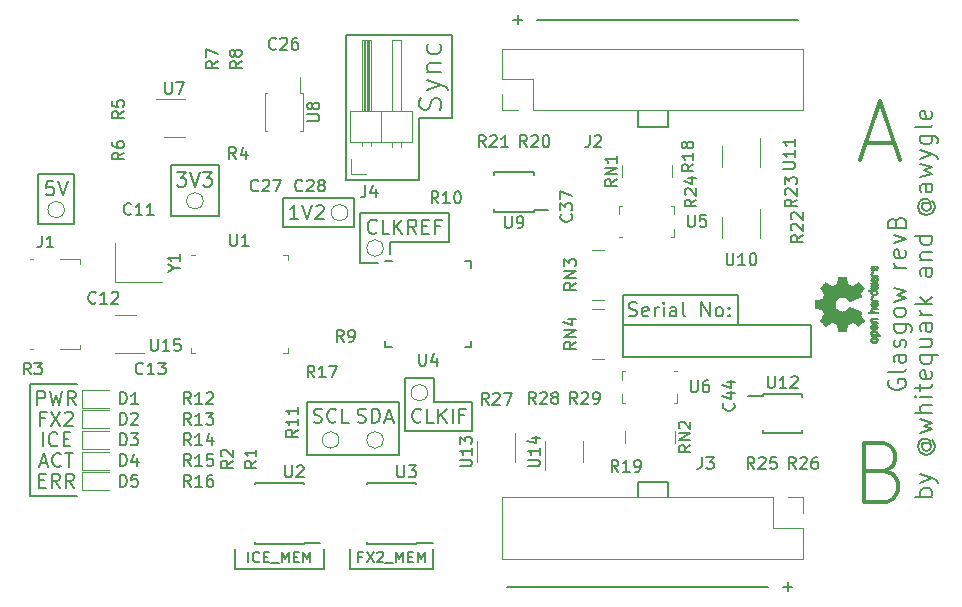
<source format=gto>
G04 #@! TF.GenerationSoftware,KiCad,Pcbnew,5.0.0-rc3-6a2723a~65~ubuntu18.04.1*
G04 #@! TF.CreationDate,2018-07-21T07:19:33+00:00*
G04 #@! TF.ProjectId,glasgow,676C6173676F772E6B696361645F7063,rev?*
G04 #@! TF.SameCoordinates,Original*
G04 #@! TF.FileFunction,Legend,Top*
G04 #@! TF.FilePolarity,Positive*
%FSLAX46Y46*%
G04 Gerber Fmt 4.6, Leading zero omitted, Abs format (unit mm)*
G04 Created by KiCad (PCBNEW 5.0.0-rc3-6a2723a~65~ubuntu18.04.1) date Sat Jul 21 07:19:33 2018*
%MOMM*%
%LPD*%
G01*
G04 APERTURE LIST*
%ADD10C,0.200000*%
%ADD11C,0.160000*%
%ADD12C,0.140000*%
%ADD13C,0.150000*%
%ADD14C,0.300000*%
%ADD15C,0.120000*%
%ADD16C,0.010000*%
G04 APERTURE END LIST*
D10*
X84250000Y-79750000D02*
X87000000Y-79750000D01*
X84250000Y-85000000D02*
X84250000Y-79750000D01*
X88750000Y-106250000D02*
X83000000Y-106250000D01*
X88750000Y-103750000D02*
X88750000Y-106250000D01*
X85500000Y-103750000D02*
X88750000Y-103750000D01*
X85500000Y-101750000D02*
X85500000Y-103750000D01*
X83000000Y-101750000D02*
X85500000Y-101750000D01*
X83000000Y-106250000D02*
X83000000Y-101750000D01*
D11*
X84385714Y-105428571D02*
X84328571Y-105485714D01*
X84157142Y-105542857D01*
X84042857Y-105542857D01*
X83871428Y-105485714D01*
X83757142Y-105371428D01*
X83700000Y-105257142D01*
X83642857Y-105028571D01*
X83642857Y-104857142D01*
X83700000Y-104628571D01*
X83757142Y-104514285D01*
X83871428Y-104400000D01*
X84042857Y-104342857D01*
X84157142Y-104342857D01*
X84328571Y-104400000D01*
X84385714Y-104457142D01*
X85471428Y-105542857D02*
X84900000Y-105542857D01*
X84900000Y-104342857D01*
X85871428Y-105542857D02*
X85871428Y-104342857D01*
X86557142Y-105542857D02*
X86042857Y-104857142D01*
X86557142Y-104342857D02*
X85871428Y-105028571D01*
X87071428Y-105542857D02*
X87071428Y-104342857D01*
X88042857Y-104914285D02*
X87642857Y-104914285D01*
X87642857Y-105542857D02*
X87642857Y-104342857D01*
X88214285Y-104342857D01*
D10*
X117450000Y-97250000D02*
X111250000Y-97250000D01*
X111250000Y-97250000D02*
X111250000Y-94750000D01*
X101500000Y-97250000D02*
X111250000Y-97250000D01*
X117450000Y-100000000D02*
X101500000Y-100000000D01*
X117450000Y-97250000D02*
X117450000Y-100000000D01*
X101500000Y-94750000D02*
X111250000Y-94750000D01*
X101500000Y-94750000D02*
X101500000Y-100000000D01*
D11*
X101964285Y-96485714D02*
X102135714Y-96542857D01*
X102421428Y-96542857D01*
X102535714Y-96485714D01*
X102592857Y-96428571D01*
X102650000Y-96314285D01*
X102650000Y-96200000D01*
X102592857Y-96085714D01*
X102535714Y-96028571D01*
X102421428Y-95971428D01*
X102192857Y-95914285D01*
X102078571Y-95857142D01*
X102021428Y-95800000D01*
X101964285Y-95685714D01*
X101964285Y-95571428D01*
X102021428Y-95457142D01*
X102078571Y-95400000D01*
X102192857Y-95342857D01*
X102478571Y-95342857D01*
X102650000Y-95400000D01*
X103621428Y-96485714D02*
X103507142Y-96542857D01*
X103278571Y-96542857D01*
X103164285Y-96485714D01*
X103107142Y-96371428D01*
X103107142Y-95914285D01*
X103164285Y-95800000D01*
X103278571Y-95742857D01*
X103507142Y-95742857D01*
X103621428Y-95800000D01*
X103678571Y-95914285D01*
X103678571Y-96028571D01*
X103107142Y-96142857D01*
X104192857Y-96542857D02*
X104192857Y-95742857D01*
X104192857Y-95971428D02*
X104250000Y-95857142D01*
X104307142Y-95800000D01*
X104421428Y-95742857D01*
X104535714Y-95742857D01*
X104935714Y-96542857D02*
X104935714Y-95742857D01*
X104935714Y-95342857D02*
X104878571Y-95400000D01*
X104935714Y-95457142D01*
X104992857Y-95400000D01*
X104935714Y-95342857D01*
X104935714Y-95457142D01*
X106021428Y-96542857D02*
X106021428Y-95914285D01*
X105964285Y-95800000D01*
X105850000Y-95742857D01*
X105621428Y-95742857D01*
X105507142Y-95800000D01*
X106021428Y-96485714D02*
X105907142Y-96542857D01*
X105621428Y-96542857D01*
X105507142Y-96485714D01*
X105450000Y-96371428D01*
X105450000Y-96257142D01*
X105507142Y-96142857D01*
X105621428Y-96085714D01*
X105907142Y-96085714D01*
X106021428Y-96028571D01*
X106764285Y-96542857D02*
X106650000Y-96485714D01*
X106592857Y-96371428D01*
X106592857Y-95342857D01*
X108135714Y-96542857D02*
X108135714Y-95342857D01*
X108821428Y-96542857D01*
X108821428Y-95342857D01*
X109564285Y-96542857D02*
X109450000Y-96485714D01*
X109392857Y-96428571D01*
X109335714Y-96314285D01*
X109335714Y-95971428D01*
X109392857Y-95857142D01*
X109450000Y-95800000D01*
X109564285Y-95742857D01*
X109735714Y-95742857D01*
X109850000Y-95800000D01*
X109907142Y-95857142D01*
X109964285Y-95971428D01*
X109964285Y-96314285D01*
X109907142Y-96428571D01*
X109850000Y-96485714D01*
X109735714Y-96542857D01*
X109564285Y-96542857D01*
X110478571Y-96428571D02*
X110535714Y-96485714D01*
X110478571Y-96542857D01*
X110421428Y-96485714D01*
X110478571Y-96428571D01*
X110478571Y-96542857D01*
X110478571Y-95800000D02*
X110535714Y-95857142D01*
X110478571Y-95914285D01*
X110421428Y-95857142D01*
X110478571Y-95800000D01*
X110478571Y-95914285D01*
D10*
X51250000Y-111750000D02*
X55250000Y-111750000D01*
X51250000Y-102250000D02*
X51250000Y-111750000D01*
X55250000Y-102250000D02*
X51250000Y-102250000D01*
X85400000Y-117950000D02*
X85400000Y-116200000D01*
X78400000Y-117950000D02*
X85400000Y-117950000D01*
X78400000Y-116200000D02*
X78400000Y-117950000D01*
X76150000Y-117950000D02*
X76150000Y-116200000D01*
X68650000Y-117950000D02*
X76150000Y-117950000D01*
X68650000Y-116200000D02*
X68650000Y-117950000D01*
X81750000Y-90250000D02*
X81750000Y-91250000D01*
X86750000Y-90250000D02*
X81750000Y-90250000D01*
X86750000Y-87750000D02*
X86750000Y-90250000D01*
X79250000Y-87750000D02*
X86750000Y-87750000D01*
X79250000Y-92000000D02*
X79250000Y-87750000D01*
X80750000Y-92000000D02*
X79250000Y-92000000D01*
X78750000Y-89000000D02*
X72750000Y-89000000D01*
X78750000Y-86500000D02*
X78750000Y-89000000D01*
X72750000Y-86500000D02*
X78750000Y-86500000D01*
X72750000Y-89000000D02*
X72750000Y-86500000D01*
X63250000Y-88000000D02*
X63250000Y-83750000D01*
X67250000Y-88000000D02*
X63250000Y-88000000D01*
X67250000Y-83750000D02*
X67250000Y-88000000D01*
X63250000Y-83750000D02*
X67250000Y-83750000D01*
X55000000Y-84500000D02*
X55000000Y-88750000D01*
X52000000Y-84500000D02*
X55000000Y-84500000D01*
X52000000Y-88750000D02*
X52000000Y-84500000D01*
X55000000Y-88750000D02*
X52000000Y-88750000D01*
X74750000Y-108250000D02*
X74750000Y-103750000D01*
X82500000Y-108250000D02*
X74750000Y-108250000D01*
X82500000Y-103750000D02*
X82500000Y-108250000D01*
X74750000Y-103750000D02*
X82500000Y-103750000D01*
D12*
X79392857Y-116885714D02*
X79092857Y-116885714D01*
X79092857Y-117357142D02*
X79092857Y-116457142D01*
X79521428Y-116457142D01*
X79778571Y-116457142D02*
X80378571Y-117357142D01*
X80378571Y-116457142D02*
X79778571Y-117357142D01*
X80678571Y-116542857D02*
X80721428Y-116500000D01*
X80807142Y-116457142D01*
X81021428Y-116457142D01*
X81107142Y-116500000D01*
X81150000Y-116542857D01*
X81192857Y-116628571D01*
X81192857Y-116714285D01*
X81150000Y-116842857D01*
X80635714Y-117357142D01*
X81192857Y-117357142D01*
X81364285Y-117442857D02*
X82050000Y-117442857D01*
X82264285Y-117357142D02*
X82264285Y-116457142D01*
X82564285Y-117100000D01*
X82864285Y-116457142D01*
X82864285Y-117357142D01*
X83292857Y-116885714D02*
X83592857Y-116885714D01*
X83721428Y-117357142D02*
X83292857Y-117357142D01*
X83292857Y-116457142D01*
X83721428Y-116457142D01*
X84107142Y-117357142D02*
X84107142Y-116457142D01*
X84407142Y-117100000D01*
X84707142Y-116457142D01*
X84707142Y-117357142D01*
X69764285Y-117357142D02*
X69764285Y-116457142D01*
X70707142Y-117271428D02*
X70664285Y-117314285D01*
X70535714Y-117357142D01*
X70450000Y-117357142D01*
X70321428Y-117314285D01*
X70235714Y-117228571D01*
X70192857Y-117142857D01*
X70150000Y-116971428D01*
X70150000Y-116842857D01*
X70192857Y-116671428D01*
X70235714Y-116585714D01*
X70321428Y-116500000D01*
X70450000Y-116457142D01*
X70535714Y-116457142D01*
X70664285Y-116500000D01*
X70707142Y-116542857D01*
X71092857Y-116885714D02*
X71392857Y-116885714D01*
X71521428Y-117357142D02*
X71092857Y-117357142D01*
X71092857Y-116457142D01*
X71521428Y-116457142D01*
X71692857Y-117442857D02*
X72378571Y-117442857D01*
X72592857Y-117357142D02*
X72592857Y-116457142D01*
X72892857Y-117100000D01*
X73192857Y-116457142D01*
X73192857Y-117357142D01*
X73621428Y-116885714D02*
X73921428Y-116885714D01*
X74050000Y-117357142D02*
X73621428Y-117357142D01*
X73621428Y-116457142D01*
X74050000Y-116457142D01*
X74435714Y-117357142D02*
X74435714Y-116457142D01*
X74735714Y-117100000D01*
X75035714Y-116457142D01*
X75035714Y-117357142D01*
D11*
X80628571Y-89428571D02*
X80571428Y-89485714D01*
X80400000Y-89542857D01*
X80285714Y-89542857D01*
X80114285Y-89485714D01*
X80000000Y-89371428D01*
X79942857Y-89257142D01*
X79885714Y-89028571D01*
X79885714Y-88857142D01*
X79942857Y-88628571D01*
X80000000Y-88514285D01*
X80114285Y-88400000D01*
X80285714Y-88342857D01*
X80400000Y-88342857D01*
X80571428Y-88400000D01*
X80628571Y-88457142D01*
X81714285Y-89542857D02*
X81142857Y-89542857D01*
X81142857Y-88342857D01*
X82114285Y-89542857D02*
X82114285Y-88342857D01*
X82800000Y-89542857D02*
X82285714Y-88857142D01*
X82800000Y-88342857D02*
X82114285Y-89028571D01*
X84000000Y-89542857D02*
X83600000Y-88971428D01*
X83314285Y-89542857D02*
X83314285Y-88342857D01*
X83771428Y-88342857D01*
X83885714Y-88400000D01*
X83942857Y-88457142D01*
X84000000Y-88571428D01*
X84000000Y-88742857D01*
X83942857Y-88857142D01*
X83885714Y-88914285D01*
X83771428Y-88971428D01*
X83314285Y-88971428D01*
X84514285Y-88914285D02*
X84914285Y-88914285D01*
X85085714Y-89542857D02*
X84514285Y-89542857D01*
X84514285Y-88342857D01*
X85085714Y-88342857D01*
X86000000Y-88914285D02*
X85600000Y-88914285D01*
X85600000Y-89542857D02*
X85600000Y-88342857D01*
X86171428Y-88342857D01*
X79042857Y-105485714D02*
X79214285Y-105542857D01*
X79500000Y-105542857D01*
X79614285Y-105485714D01*
X79671428Y-105428571D01*
X79728571Y-105314285D01*
X79728571Y-105200000D01*
X79671428Y-105085714D01*
X79614285Y-105028571D01*
X79500000Y-104971428D01*
X79271428Y-104914285D01*
X79157142Y-104857142D01*
X79100000Y-104800000D01*
X79042857Y-104685714D01*
X79042857Y-104571428D01*
X79100000Y-104457142D01*
X79157142Y-104400000D01*
X79271428Y-104342857D01*
X79557142Y-104342857D01*
X79728571Y-104400000D01*
X80242857Y-105542857D02*
X80242857Y-104342857D01*
X80528571Y-104342857D01*
X80700000Y-104400000D01*
X80814285Y-104514285D01*
X80871428Y-104628571D01*
X80928571Y-104857142D01*
X80928571Y-105028571D01*
X80871428Y-105257142D01*
X80814285Y-105371428D01*
X80700000Y-105485714D01*
X80528571Y-105542857D01*
X80242857Y-105542857D01*
X81385714Y-105200000D02*
X81957142Y-105200000D01*
X81271428Y-105542857D02*
X81671428Y-104342857D01*
X82071428Y-105542857D01*
X75321428Y-105485714D02*
X75492857Y-105542857D01*
X75778571Y-105542857D01*
X75892857Y-105485714D01*
X75950000Y-105428571D01*
X76007142Y-105314285D01*
X76007142Y-105200000D01*
X75950000Y-105085714D01*
X75892857Y-105028571D01*
X75778571Y-104971428D01*
X75550000Y-104914285D01*
X75435714Y-104857142D01*
X75378571Y-104800000D01*
X75321428Y-104685714D01*
X75321428Y-104571428D01*
X75378571Y-104457142D01*
X75435714Y-104400000D01*
X75550000Y-104342857D01*
X75835714Y-104342857D01*
X76007142Y-104400000D01*
X77207142Y-105428571D02*
X77150000Y-105485714D01*
X76978571Y-105542857D01*
X76864285Y-105542857D01*
X76692857Y-105485714D01*
X76578571Y-105371428D01*
X76521428Y-105257142D01*
X76464285Y-105028571D01*
X76464285Y-104857142D01*
X76521428Y-104628571D01*
X76578571Y-104514285D01*
X76692857Y-104400000D01*
X76864285Y-104342857D01*
X76978571Y-104342857D01*
X77150000Y-104400000D01*
X77207142Y-104457142D01*
X78292857Y-105542857D02*
X77721428Y-105542857D01*
X77721428Y-104342857D01*
D10*
X115430000Y-119056000D02*
X115430000Y-119818000D01*
X115049000Y-119437000D02*
X115811000Y-119437000D01*
X91681000Y-119437000D02*
X113779000Y-119437000D01*
X92570000Y-71812000D02*
X92570000Y-71050000D01*
X92951000Y-71431000D02*
X92189000Y-71431000D01*
X94221000Y-71431000D02*
X116319000Y-71431000D01*
D11*
X74007142Y-88292857D02*
X73321428Y-88292857D01*
X73664285Y-88292857D02*
X73664285Y-87092857D01*
X73550000Y-87264285D01*
X73435714Y-87378571D01*
X73321428Y-87435714D01*
X74350000Y-87092857D02*
X74750000Y-88292857D01*
X75150000Y-87092857D01*
X75492857Y-87207142D02*
X75550000Y-87150000D01*
X75664285Y-87092857D01*
X75950000Y-87092857D01*
X76064285Y-87150000D01*
X76121428Y-87207142D01*
X76178571Y-87321428D01*
X76178571Y-87435714D01*
X76121428Y-87607142D01*
X75435714Y-88292857D01*
X76178571Y-88292857D01*
X63764285Y-84342857D02*
X64507142Y-84342857D01*
X64107142Y-84800000D01*
X64278571Y-84800000D01*
X64392857Y-84857142D01*
X64450000Y-84914285D01*
X64507142Y-85028571D01*
X64507142Y-85314285D01*
X64450000Y-85428571D01*
X64392857Y-85485714D01*
X64278571Y-85542857D01*
X63935714Y-85542857D01*
X63821428Y-85485714D01*
X63764285Y-85428571D01*
X64850000Y-84342857D02*
X65250000Y-85542857D01*
X65650000Y-84342857D01*
X65935714Y-84342857D02*
X66678571Y-84342857D01*
X66278571Y-84800000D01*
X66450000Y-84800000D01*
X66564285Y-84857142D01*
X66621428Y-84914285D01*
X66678571Y-85028571D01*
X66678571Y-85314285D01*
X66621428Y-85428571D01*
X66564285Y-85485714D01*
X66450000Y-85542857D01*
X66107142Y-85542857D01*
X65992857Y-85485714D01*
X65935714Y-85428571D01*
X53271428Y-85092857D02*
X52700000Y-85092857D01*
X52642857Y-85664285D01*
X52700000Y-85607142D01*
X52814285Y-85550000D01*
X53100000Y-85550000D01*
X53214285Y-85607142D01*
X53271428Y-85664285D01*
X53328571Y-85778571D01*
X53328571Y-86064285D01*
X53271428Y-86178571D01*
X53214285Y-86235714D01*
X53100000Y-86292857D01*
X52814285Y-86292857D01*
X52700000Y-86235714D01*
X52642857Y-86178571D01*
X53671428Y-85092857D02*
X54071428Y-86292857D01*
X54471428Y-85092857D01*
D13*
X52042857Y-110414285D02*
X52442857Y-110414285D01*
X52614285Y-111042857D02*
X52042857Y-111042857D01*
X52042857Y-109842857D01*
X52614285Y-109842857D01*
X53814285Y-111042857D02*
X53414285Y-110471428D01*
X53128571Y-111042857D02*
X53128571Y-109842857D01*
X53585714Y-109842857D01*
X53700000Y-109900000D01*
X53757142Y-109957142D01*
X53814285Y-110071428D01*
X53814285Y-110242857D01*
X53757142Y-110357142D01*
X53700000Y-110414285D01*
X53585714Y-110471428D01*
X53128571Y-110471428D01*
X55014285Y-111042857D02*
X54614285Y-110471428D01*
X54328571Y-111042857D02*
X54328571Y-109842857D01*
X54785714Y-109842857D01*
X54900000Y-109900000D01*
X54957142Y-109957142D01*
X55014285Y-110071428D01*
X55014285Y-110242857D01*
X54957142Y-110357142D01*
X54900000Y-110414285D01*
X54785714Y-110471428D01*
X54328571Y-110471428D01*
X52157142Y-108950000D02*
X52728571Y-108950000D01*
X52042857Y-109292857D02*
X52442857Y-108092857D01*
X52842857Y-109292857D01*
X53928571Y-109178571D02*
X53871428Y-109235714D01*
X53700000Y-109292857D01*
X53585714Y-109292857D01*
X53414285Y-109235714D01*
X53300000Y-109121428D01*
X53242857Y-109007142D01*
X53185714Y-108778571D01*
X53185714Y-108607142D01*
X53242857Y-108378571D01*
X53300000Y-108264285D01*
X53414285Y-108150000D01*
X53585714Y-108092857D01*
X53700000Y-108092857D01*
X53871428Y-108150000D01*
X53928571Y-108207142D01*
X54271428Y-108092857D02*
X54957142Y-108092857D01*
X54614285Y-109292857D02*
X54614285Y-108092857D01*
X52357142Y-107542857D02*
X52357142Y-106342857D01*
X53614285Y-107428571D02*
X53557142Y-107485714D01*
X53385714Y-107542857D01*
X53271428Y-107542857D01*
X53100000Y-107485714D01*
X52985714Y-107371428D01*
X52928571Y-107257142D01*
X52871428Y-107028571D01*
X52871428Y-106857142D01*
X52928571Y-106628571D01*
X52985714Y-106514285D01*
X53100000Y-106400000D01*
X53271428Y-106342857D01*
X53385714Y-106342857D01*
X53557142Y-106400000D01*
X53614285Y-106457142D01*
X54128571Y-106914285D02*
X54528571Y-106914285D01*
X54700000Y-107542857D02*
X54128571Y-107542857D01*
X54128571Y-106342857D01*
X54700000Y-106342857D01*
X52528571Y-105164285D02*
X52128571Y-105164285D01*
X52128571Y-105792857D02*
X52128571Y-104592857D01*
X52700000Y-104592857D01*
X53042857Y-104592857D02*
X53842857Y-105792857D01*
X53842857Y-104592857D02*
X53042857Y-105792857D01*
X54242857Y-104707142D02*
X54300000Y-104650000D01*
X54414285Y-104592857D01*
X54700000Y-104592857D01*
X54814285Y-104650000D01*
X54871428Y-104707142D01*
X54928571Y-104821428D01*
X54928571Y-104935714D01*
X54871428Y-105107142D01*
X54185714Y-105792857D01*
X54928571Y-105792857D01*
X51900000Y-104042857D02*
X51900000Y-102842857D01*
X52357142Y-102842857D01*
X52471428Y-102900000D01*
X52528571Y-102957142D01*
X52585714Y-103071428D01*
X52585714Y-103242857D01*
X52528571Y-103357142D01*
X52471428Y-103414285D01*
X52357142Y-103471428D01*
X51900000Y-103471428D01*
X52985714Y-102842857D02*
X53271428Y-104042857D01*
X53500000Y-103185714D01*
X53728571Y-104042857D01*
X54014285Y-102842857D01*
X55157142Y-104042857D02*
X54757142Y-103471428D01*
X54471428Y-104042857D02*
X54471428Y-102842857D01*
X54928571Y-102842857D01*
X55042857Y-102900000D01*
X55100000Y-102957142D01*
X55157142Y-103071428D01*
X55157142Y-103242857D01*
X55100000Y-103357142D01*
X55042857Y-103414285D01*
X54928571Y-103471428D01*
X54471428Y-103471428D01*
D10*
X78000000Y-85000000D02*
X78000000Y-72750000D01*
X84250000Y-85000000D02*
X78000000Y-85000000D01*
X87000000Y-72750000D02*
X87000000Y-79750000D01*
X78000000Y-72750000D02*
X87000000Y-72750000D01*
X85978571Y-79035714D02*
X86064285Y-78778571D01*
X86064285Y-78350000D01*
X85978571Y-78178571D01*
X85892857Y-78092857D01*
X85721428Y-78007142D01*
X85550000Y-78007142D01*
X85378571Y-78092857D01*
X85292857Y-78178571D01*
X85207142Y-78350000D01*
X85121428Y-78692857D01*
X85035714Y-78864285D01*
X84950000Y-78950000D01*
X84778571Y-79035714D01*
X84607142Y-79035714D01*
X84435714Y-78950000D01*
X84350000Y-78864285D01*
X84264285Y-78692857D01*
X84264285Y-78264285D01*
X84350000Y-78007142D01*
X84864285Y-77407142D02*
X86064285Y-76978571D01*
X84864285Y-76550000D02*
X86064285Y-76978571D01*
X86492857Y-77150000D01*
X86578571Y-77235714D01*
X86664285Y-77407142D01*
X84864285Y-75864285D02*
X86064285Y-75864285D01*
X85035714Y-75864285D02*
X84950000Y-75778571D01*
X84864285Y-75607142D01*
X84864285Y-75350000D01*
X84950000Y-75178571D01*
X85121428Y-75092857D01*
X86064285Y-75092857D01*
X85978571Y-73464285D02*
X86064285Y-73635714D01*
X86064285Y-73978571D01*
X85978571Y-74150000D01*
X85892857Y-74235714D01*
X85721428Y-74321428D01*
X85207142Y-74321428D01*
X85035714Y-74235714D01*
X84950000Y-74150000D01*
X84864285Y-73978571D01*
X84864285Y-73635714D01*
X84950000Y-73464285D01*
X105270000Y-80524000D02*
X105270000Y-79178000D01*
X102730000Y-80524000D02*
X102730000Y-79178000D01*
X102730000Y-80524000D02*
X105270000Y-80524000D01*
X105270000Y-110523000D02*
X105270000Y-111793000D01*
X102730000Y-110523000D02*
X105270000Y-110523000D01*
X102730000Y-111793000D02*
X102730000Y-110523000D01*
D13*
X127678571Y-111821428D02*
X126178571Y-111821428D01*
X126750000Y-111821428D02*
X126678571Y-111678571D01*
X126678571Y-111392857D01*
X126750000Y-111250000D01*
X126821428Y-111178571D01*
X126964285Y-111107142D01*
X127392857Y-111107142D01*
X127535714Y-111178571D01*
X127607142Y-111250000D01*
X127678571Y-111392857D01*
X127678571Y-111678571D01*
X127607142Y-111821428D01*
X126678571Y-110607142D02*
X127678571Y-110250000D01*
X126678571Y-109892857D02*
X127678571Y-110250000D01*
X128035714Y-110392857D01*
X128107142Y-110464285D01*
X128178571Y-110607142D01*
X126964285Y-107250000D02*
X126892857Y-107321428D01*
X126821428Y-107464285D01*
X126821428Y-107607142D01*
X126892857Y-107750000D01*
X126964285Y-107821428D01*
X127107142Y-107892857D01*
X127250000Y-107892857D01*
X127392857Y-107821428D01*
X127464285Y-107750000D01*
X127535714Y-107607142D01*
X127535714Y-107464285D01*
X127464285Y-107321428D01*
X127392857Y-107250000D01*
X126821428Y-107250000D02*
X127392857Y-107250000D01*
X127464285Y-107178571D01*
X127464285Y-107107142D01*
X127392857Y-106964285D01*
X127250000Y-106892857D01*
X126892857Y-106892857D01*
X126678571Y-107035714D01*
X126535714Y-107250000D01*
X126464285Y-107535714D01*
X126535714Y-107821428D01*
X126678571Y-108035714D01*
X126892857Y-108178571D01*
X127178571Y-108250000D01*
X127464285Y-108178571D01*
X127678571Y-108035714D01*
X127821428Y-107821428D01*
X127892857Y-107535714D01*
X127821428Y-107250000D01*
X127678571Y-107035714D01*
X126678571Y-106392857D02*
X127678571Y-106107142D01*
X126964285Y-105821428D01*
X127678571Y-105535714D01*
X126678571Y-105250000D01*
X127678571Y-104678571D02*
X126178571Y-104678571D01*
X127678571Y-104035714D02*
X126892857Y-104035714D01*
X126750000Y-104107142D01*
X126678571Y-104250000D01*
X126678571Y-104464285D01*
X126750000Y-104607142D01*
X126821428Y-104678571D01*
X127678571Y-103321428D02*
X126678571Y-103321428D01*
X126178571Y-103321428D02*
X126250000Y-103392857D01*
X126321428Y-103321428D01*
X126250000Y-103250000D01*
X126178571Y-103321428D01*
X126321428Y-103321428D01*
X126678571Y-102821428D02*
X126678571Y-102250000D01*
X126178571Y-102607142D02*
X127464285Y-102607142D01*
X127607142Y-102535714D01*
X127678571Y-102392857D01*
X127678571Y-102250000D01*
X127607142Y-101178571D02*
X127678571Y-101321428D01*
X127678571Y-101607142D01*
X127607142Y-101750000D01*
X127464285Y-101821428D01*
X126892857Y-101821428D01*
X126750000Y-101750000D01*
X126678571Y-101607142D01*
X126678571Y-101321428D01*
X126750000Y-101178571D01*
X126892857Y-101107142D01*
X127035714Y-101107142D01*
X127178571Y-101821428D01*
X126678571Y-99821428D02*
X128178571Y-99821428D01*
X127607142Y-99821428D02*
X127678571Y-99964285D01*
X127678571Y-100250000D01*
X127607142Y-100392857D01*
X127535714Y-100464285D01*
X127392857Y-100535714D01*
X126964285Y-100535714D01*
X126821428Y-100464285D01*
X126750000Y-100392857D01*
X126678571Y-100250000D01*
X126678571Y-99964285D01*
X126750000Y-99821428D01*
X126678571Y-98464285D02*
X127678571Y-98464285D01*
X126678571Y-99107142D02*
X127464285Y-99107142D01*
X127607142Y-99035714D01*
X127678571Y-98892857D01*
X127678571Y-98678571D01*
X127607142Y-98535714D01*
X127535714Y-98464285D01*
X127678571Y-97107142D02*
X126892857Y-97107142D01*
X126750000Y-97178571D01*
X126678571Y-97321428D01*
X126678571Y-97607142D01*
X126750000Y-97750000D01*
X127607142Y-97107142D02*
X127678571Y-97250000D01*
X127678571Y-97607142D01*
X127607142Y-97750000D01*
X127464285Y-97821428D01*
X127321428Y-97821428D01*
X127178571Y-97750000D01*
X127107142Y-97607142D01*
X127107142Y-97250000D01*
X127035714Y-97107142D01*
X127678571Y-96392857D02*
X126678571Y-96392857D01*
X126964285Y-96392857D02*
X126821428Y-96321428D01*
X126750000Y-96250000D01*
X126678571Y-96107142D01*
X126678571Y-95964285D01*
X127678571Y-95464285D02*
X126178571Y-95464285D01*
X127107142Y-95321428D02*
X127678571Y-94892857D01*
X126678571Y-94892857D02*
X127250000Y-95464285D01*
X127678571Y-92464285D02*
X126892857Y-92464285D01*
X126750000Y-92535714D01*
X126678571Y-92678571D01*
X126678571Y-92964285D01*
X126750000Y-93107142D01*
X127607142Y-92464285D02*
X127678571Y-92607142D01*
X127678571Y-92964285D01*
X127607142Y-93107142D01*
X127464285Y-93178571D01*
X127321428Y-93178571D01*
X127178571Y-93107142D01*
X127107142Y-92964285D01*
X127107142Y-92607142D01*
X127035714Y-92464285D01*
X126678571Y-91750000D02*
X127678571Y-91750000D01*
X126821428Y-91750000D02*
X126750000Y-91678571D01*
X126678571Y-91535714D01*
X126678571Y-91321428D01*
X126750000Y-91178571D01*
X126892857Y-91107142D01*
X127678571Y-91107142D01*
X127678571Y-89750000D02*
X126178571Y-89750000D01*
X127607142Y-89750000D02*
X127678571Y-89892857D01*
X127678571Y-90178571D01*
X127607142Y-90321428D01*
X127535714Y-90392857D01*
X127392857Y-90464285D01*
X126964285Y-90464285D01*
X126821428Y-90392857D01*
X126750000Y-90321428D01*
X126678571Y-90178571D01*
X126678571Y-89892857D01*
X126750000Y-89750000D01*
X126964285Y-86964285D02*
X126892857Y-87035714D01*
X126821428Y-87178571D01*
X126821428Y-87321428D01*
X126892857Y-87464285D01*
X126964285Y-87535714D01*
X127107142Y-87607142D01*
X127250000Y-87607142D01*
X127392857Y-87535714D01*
X127464285Y-87464285D01*
X127535714Y-87321428D01*
X127535714Y-87178571D01*
X127464285Y-87035714D01*
X127392857Y-86964285D01*
X126821428Y-86964285D02*
X127392857Y-86964285D01*
X127464285Y-86892857D01*
X127464285Y-86821428D01*
X127392857Y-86678571D01*
X127250000Y-86607142D01*
X126892857Y-86607142D01*
X126678571Y-86750000D01*
X126535714Y-86964285D01*
X126464285Y-87250000D01*
X126535714Y-87535714D01*
X126678571Y-87750000D01*
X126892857Y-87892857D01*
X127178571Y-87964285D01*
X127464285Y-87892857D01*
X127678571Y-87750000D01*
X127821428Y-87535714D01*
X127892857Y-87250000D01*
X127821428Y-86964285D01*
X127678571Y-86750000D01*
X127678571Y-85321428D02*
X126892857Y-85321428D01*
X126750000Y-85392857D01*
X126678571Y-85535714D01*
X126678571Y-85821428D01*
X126750000Y-85964285D01*
X127607142Y-85321428D02*
X127678571Y-85464285D01*
X127678571Y-85821428D01*
X127607142Y-85964285D01*
X127464285Y-86035714D01*
X127321428Y-86035714D01*
X127178571Y-85964285D01*
X127107142Y-85821428D01*
X127107142Y-85464285D01*
X127035714Y-85321428D01*
X126678571Y-84750000D02*
X127678571Y-84464285D01*
X126964285Y-84178571D01*
X127678571Y-83892857D01*
X126678571Y-83607142D01*
X126678571Y-83178571D02*
X127678571Y-82821428D01*
X126678571Y-82464285D02*
X127678571Y-82821428D01*
X128035714Y-82964285D01*
X128107142Y-83035714D01*
X128178571Y-83178571D01*
X126678571Y-81250000D02*
X127892857Y-81250000D01*
X128035714Y-81321428D01*
X128107142Y-81392857D01*
X128178571Y-81535714D01*
X128178571Y-81750000D01*
X128107142Y-81892857D01*
X127607142Y-81250000D02*
X127678571Y-81392857D01*
X127678571Y-81678571D01*
X127607142Y-81821428D01*
X127535714Y-81892857D01*
X127392857Y-81964285D01*
X126964285Y-81964285D01*
X126821428Y-81892857D01*
X126750000Y-81821428D01*
X126678571Y-81678571D01*
X126678571Y-81392857D01*
X126750000Y-81250000D01*
X127678571Y-80321428D02*
X127607142Y-80464285D01*
X127464285Y-80535714D01*
X126178571Y-80535714D01*
X127607142Y-79178571D02*
X127678571Y-79321428D01*
X127678571Y-79607142D01*
X127607142Y-79750000D01*
X127464285Y-79821428D01*
X126892857Y-79821428D01*
X126750000Y-79750000D01*
X126678571Y-79607142D01*
X126678571Y-79321428D01*
X126750000Y-79178571D01*
X126892857Y-79107142D01*
X127035714Y-79107142D01*
X127178571Y-79821428D01*
X124000000Y-101928571D02*
X123928571Y-102071428D01*
X123928571Y-102285714D01*
X124000000Y-102500000D01*
X124142857Y-102642857D01*
X124285714Y-102714285D01*
X124571428Y-102785714D01*
X124785714Y-102785714D01*
X125071428Y-102714285D01*
X125214285Y-102642857D01*
X125357142Y-102500000D01*
X125428571Y-102285714D01*
X125428571Y-102142857D01*
X125357142Y-101928571D01*
X125285714Y-101857142D01*
X124785714Y-101857142D01*
X124785714Y-102142857D01*
X125428571Y-101000000D02*
X125357142Y-101142857D01*
X125214285Y-101214285D01*
X123928571Y-101214285D01*
X125428571Y-99785714D02*
X124642857Y-99785714D01*
X124500000Y-99857142D01*
X124428571Y-100000000D01*
X124428571Y-100285714D01*
X124500000Y-100428571D01*
X125357142Y-99785714D02*
X125428571Y-99928571D01*
X125428571Y-100285714D01*
X125357142Y-100428571D01*
X125214285Y-100500000D01*
X125071428Y-100500000D01*
X124928571Y-100428571D01*
X124857142Y-100285714D01*
X124857142Y-99928571D01*
X124785714Y-99785714D01*
X125357142Y-99142857D02*
X125428571Y-99000000D01*
X125428571Y-98714285D01*
X125357142Y-98571428D01*
X125214285Y-98500000D01*
X125142857Y-98500000D01*
X125000000Y-98571428D01*
X124928571Y-98714285D01*
X124928571Y-98928571D01*
X124857142Y-99071428D01*
X124714285Y-99142857D01*
X124642857Y-99142857D01*
X124500000Y-99071428D01*
X124428571Y-98928571D01*
X124428571Y-98714285D01*
X124500000Y-98571428D01*
X124428571Y-97214285D02*
X125642857Y-97214285D01*
X125785714Y-97285714D01*
X125857142Y-97357142D01*
X125928571Y-97500000D01*
X125928571Y-97714285D01*
X125857142Y-97857142D01*
X125357142Y-97214285D02*
X125428571Y-97357142D01*
X125428571Y-97642857D01*
X125357142Y-97785714D01*
X125285714Y-97857142D01*
X125142857Y-97928571D01*
X124714285Y-97928571D01*
X124571428Y-97857142D01*
X124500000Y-97785714D01*
X124428571Y-97642857D01*
X124428571Y-97357142D01*
X124500000Y-97214285D01*
X125428571Y-96285714D02*
X125357142Y-96428571D01*
X125285714Y-96500000D01*
X125142857Y-96571428D01*
X124714285Y-96571428D01*
X124571428Y-96500000D01*
X124500000Y-96428571D01*
X124428571Y-96285714D01*
X124428571Y-96071428D01*
X124500000Y-95928571D01*
X124571428Y-95857142D01*
X124714285Y-95785714D01*
X125142857Y-95785714D01*
X125285714Y-95857142D01*
X125357142Y-95928571D01*
X125428571Y-96071428D01*
X125428571Y-96285714D01*
X124428571Y-95285714D02*
X125428571Y-95000000D01*
X124714285Y-94714285D01*
X125428571Y-94428571D01*
X124428571Y-94142857D01*
X125428571Y-92428571D02*
X124428571Y-92428571D01*
X124714285Y-92428571D02*
X124571428Y-92357142D01*
X124500000Y-92285714D01*
X124428571Y-92142857D01*
X124428571Y-92000000D01*
X125357142Y-90928571D02*
X125428571Y-91071428D01*
X125428571Y-91357142D01*
X125357142Y-91500000D01*
X125214285Y-91571428D01*
X124642857Y-91571428D01*
X124500000Y-91500000D01*
X124428571Y-91357142D01*
X124428571Y-91071428D01*
X124500000Y-90928571D01*
X124642857Y-90857142D01*
X124785714Y-90857142D01*
X124928571Y-91571428D01*
X124428571Y-90357142D02*
X125428571Y-90000000D01*
X124428571Y-89642857D01*
X124642857Y-88571428D02*
X124714285Y-88357142D01*
X124785714Y-88285714D01*
X124928571Y-88214285D01*
X125142857Y-88214285D01*
X125285714Y-88285714D01*
X125357142Y-88357142D01*
X125428571Y-88500000D01*
X125428571Y-89071428D01*
X123928571Y-89071428D01*
X123928571Y-88571428D01*
X124000000Y-88428571D01*
X124071428Y-88357142D01*
X124214285Y-88285714D01*
X124357142Y-88285714D01*
X124500000Y-88357142D01*
X124571428Y-88428571D01*
X124642857Y-88571428D01*
X124642857Y-89071428D01*
D14*
X123607142Y-109642857D02*
X124321428Y-109880952D01*
X124559523Y-110119047D01*
X124797619Y-110595238D01*
X124797619Y-111309523D01*
X124559523Y-111785714D01*
X124321428Y-112023809D01*
X123845238Y-112261904D01*
X121940476Y-112261904D01*
X121940476Y-107261904D01*
X123607142Y-107261904D01*
X124083333Y-107500000D01*
X124321428Y-107738095D01*
X124559523Y-108214285D01*
X124559523Y-108690476D01*
X124321428Y-109166666D01*
X124083333Y-109404761D01*
X123607142Y-109642857D01*
X121940476Y-109642857D01*
X122059523Y-81833333D02*
X124440476Y-81833333D01*
X121583333Y-83261904D02*
X123250000Y-78261904D01*
X124916666Y-83261904D01*
D15*
G04 #@! TO.C,U1*
X72720000Y-91380000D02*
X73120000Y-91380000D01*
X73120000Y-91380000D02*
X73120000Y-91780000D01*
X64880000Y-99620000D02*
X64880000Y-99220000D01*
X64880000Y-99620000D02*
X65280000Y-99620000D01*
X73120000Y-99220000D02*
X73120000Y-99620000D01*
X73120000Y-99620000D02*
X72720000Y-99620000D01*
X65280000Y-91380000D02*
X64880000Y-91380000D01*
G04 #@! TO.C,RN3*
X99850000Y-90880000D02*
X98850000Y-90880000D01*
X99850000Y-95120000D02*
X98850000Y-95120000D01*
G04 #@! TO.C,RN4*
X99850000Y-100120000D02*
X98850000Y-100120000D01*
X99850000Y-95880000D02*
X98850000Y-95880000D01*
G04 #@! TO.C,U15*
X58500000Y-99610000D02*
X60950000Y-99610000D01*
X60300000Y-96390000D02*
X58500000Y-96390000D01*
G04 #@! TO.C,U8*
X71156581Y-77640000D02*
X71156581Y-80860000D01*
X71156581Y-77640000D02*
X71356581Y-77640000D01*
X74376581Y-77640000D02*
X74376581Y-80860000D01*
X74376581Y-77640000D02*
X74176581Y-77640000D01*
X74176581Y-77640000D02*
X74176581Y-76250000D01*
X74376581Y-80860000D02*
X74176581Y-80860000D01*
X71156581Y-80860000D02*
X71356581Y-80860000D01*
G04 #@! TO.C,RN2*
X105870000Y-107250000D02*
X105870000Y-106250000D01*
X101630000Y-107250000D02*
X101630000Y-106250000D01*
G04 #@! TO.C,RN1*
X105620000Y-83750000D02*
X105620000Y-84750000D01*
X101380000Y-83750000D02*
X101380000Y-84750000D01*
G04 #@! TO.C,TP7*
X84950000Y-103000000D02*
G75*
G03X84950000Y-103000000I-700000J0D01*
G01*
G04 #@! TO.C,Y1*
X58500000Y-93650000D02*
X62500000Y-93650000D01*
X58500000Y-90350000D02*
X58500000Y-93650000D01*
G04 #@! TO.C,D5*
X55680000Y-111260000D02*
X57950000Y-111260000D01*
X55680000Y-109740000D02*
X55680000Y-111260000D01*
X57950000Y-109740000D02*
X55680000Y-109740000D01*
G04 #@! TO.C,D4*
X55680000Y-109510000D02*
X57950000Y-109510000D01*
X55680000Y-107990000D02*
X55680000Y-109510000D01*
X57950000Y-107990000D02*
X55680000Y-107990000D01*
G04 #@! TO.C,D3*
X55680000Y-107760000D02*
X57950000Y-107760000D01*
X55680000Y-106240000D02*
X55680000Y-107760000D01*
X57950000Y-106240000D02*
X55680000Y-106240000D01*
G04 #@! TO.C,D2*
X55680000Y-106010000D02*
X57950000Y-106010000D01*
X55680000Y-104490000D02*
X55680000Y-106010000D01*
X57950000Y-104490000D02*
X55680000Y-104490000D01*
G04 #@! TO.C,D1*
X55680000Y-104260000D02*
X57950000Y-104260000D01*
X55680000Y-102740000D02*
X55680000Y-104260000D01*
X57950000Y-102740000D02*
X55680000Y-102740000D01*
G04 #@! TO.C,TP6*
X81200000Y-90750000D02*
G75*
G03X81200000Y-90750000I-700000J0D01*
G01*
G04 #@! TO.C,TP4*
X81200000Y-107000000D02*
G75*
G03X81200000Y-107000000I-700000J0D01*
G01*
G04 #@! TO.C,TP5*
X77450000Y-107000000D02*
G75*
G03X77450000Y-107000000I-700000J0D01*
G01*
D13*
G04 #@! TO.C,U12*
X113325000Y-103250000D02*
X112075000Y-103250000D01*
X113325000Y-106425000D02*
X116675000Y-106425000D01*
X113325000Y-103075000D02*
X116675000Y-103075000D01*
X113325000Y-106425000D02*
X113325000Y-106175000D01*
X116675000Y-106425000D02*
X116675000Y-106175000D01*
X116675000Y-103075000D02*
X116675000Y-103325000D01*
X113325000Y-103075000D02*
X113325000Y-103250000D01*
G04 #@! TO.C,U9*
X93925000Y-87675000D02*
X93925000Y-87500000D01*
X90575000Y-87675000D02*
X90575000Y-87425000D01*
X90575000Y-84325000D02*
X90575000Y-84575000D01*
X93925000Y-84325000D02*
X93925000Y-84575000D01*
X93925000Y-87675000D02*
X90575000Y-87675000D01*
X93925000Y-84325000D02*
X90575000Y-84325000D01*
X93925000Y-87500000D02*
X95175000Y-87500000D01*
D15*
G04 #@! TO.C,U11*
X113110000Y-83900000D02*
X113110000Y-81450000D01*
X109890000Y-82100000D02*
X109890000Y-83900000D01*
G04 #@! TO.C,U14*
X94890000Y-107100000D02*
X94890000Y-109550000D01*
X98110000Y-108900000D02*
X98110000Y-107100000D01*
G04 #@! TO.C,U13*
X89140000Y-107100000D02*
X89140000Y-108900000D01*
X92360000Y-108900000D02*
X92360000Y-106450000D01*
G04 #@! TO.C,U10*
X109890000Y-88100000D02*
X109890000Y-89900000D01*
X113110000Y-89900000D02*
X113110000Y-87450000D01*
G04 #@! TO.C,TP3*
X65950000Y-86750000D02*
G75*
G03X65950000Y-86750000I-700000J0D01*
G01*
G04 #@! TO.C,TP1*
X54200000Y-87500000D02*
G75*
G03X54200000Y-87500000I-700000J0D01*
G01*
G04 #@! TO.C,TP2*
X78200000Y-87750000D02*
G75*
G03X78200000Y-87750000I-700000J0D01*
G01*
G04 #@! TO.C,J4*
X78420000Y-81810000D02*
X83620000Y-81810000D01*
X83620000Y-81810000D02*
X83620000Y-79150000D01*
X83620000Y-79150000D02*
X78420000Y-79150000D01*
X78420000Y-79150000D02*
X78420000Y-81810000D01*
X79370000Y-79150000D02*
X79370000Y-73150000D01*
X79370000Y-73150000D02*
X80130000Y-73150000D01*
X80130000Y-73150000D02*
X80130000Y-79150000D01*
X79430000Y-79150000D02*
X79430000Y-73150000D01*
X79550000Y-79150000D02*
X79550000Y-73150000D01*
X79670000Y-79150000D02*
X79670000Y-73150000D01*
X79790000Y-79150000D02*
X79790000Y-73150000D01*
X79910000Y-79150000D02*
X79910000Y-73150000D01*
X80030000Y-79150000D02*
X80030000Y-73150000D01*
X79370000Y-82140000D02*
X79370000Y-81810000D01*
X80130000Y-82140000D02*
X80130000Y-81810000D01*
X81020000Y-81810000D02*
X81020000Y-79150000D01*
X81910000Y-79150000D02*
X81910000Y-73150000D01*
X81910000Y-73150000D02*
X82670000Y-73150000D01*
X82670000Y-73150000D02*
X82670000Y-79150000D01*
X81910000Y-82207071D02*
X81910000Y-81810000D01*
X82670000Y-82207071D02*
X82670000Y-81810000D01*
X79750000Y-84520000D02*
X78480000Y-84520000D01*
X78480000Y-84520000D02*
X78480000Y-83250000D01*
G04 #@! TO.C,U7*
X62600000Y-81360000D02*
X64400000Y-81360000D01*
X64400000Y-78140000D02*
X61950000Y-78140000D01*
G04 #@! TO.C,J2*
X91240000Y-79060000D02*
X91240000Y-77730000D01*
X92570000Y-79060000D02*
X91240000Y-79060000D01*
X91240000Y-76460000D02*
X91240000Y-73860000D01*
X93840000Y-76460000D02*
X91240000Y-76460000D01*
X93840000Y-79060000D02*
X93840000Y-76460000D01*
X91240000Y-73860000D02*
X116760000Y-73860000D01*
X93840000Y-79060000D02*
X116760000Y-79060000D01*
X116760000Y-79060000D02*
X116760000Y-73860000D01*
G04 #@! TO.C,J3*
X91240000Y-111860000D02*
X91240000Y-117060000D01*
X114160000Y-111860000D02*
X91240000Y-111860000D01*
X116760000Y-117060000D02*
X91240000Y-117060000D01*
X114160000Y-111860000D02*
X114160000Y-114460000D01*
X114160000Y-114460000D02*
X116760000Y-114460000D01*
X116760000Y-114460000D02*
X116760000Y-117060000D01*
X115430000Y-111860000D02*
X116760000Y-111860000D01*
X116760000Y-111860000D02*
X116760000Y-113190000D01*
G04 #@! TO.C,U5*
X105850000Y-89850000D02*
X105600000Y-89850000D01*
X105850000Y-89100000D02*
X105850000Y-89850000D01*
X105850000Y-87150000D02*
X105600000Y-87150000D01*
X105850000Y-87900000D02*
X105850000Y-87150000D01*
X101150000Y-89850000D02*
X101400000Y-89850000D01*
X101150000Y-87150000D02*
X101400000Y-87150000D01*
X101150000Y-87900000D02*
X101150000Y-87150000D01*
G04 #@! TO.C,U6*
X106100000Y-103100000D02*
X106100000Y-103850000D01*
X106100000Y-103850000D02*
X105850000Y-103850000D01*
X106100000Y-101150000D02*
X105850000Y-101150000D01*
X101400000Y-103100000D02*
X101400000Y-103850000D01*
X101400000Y-103850000D02*
X101650000Y-103850000D01*
X101400000Y-101900000D02*
X101400000Y-101150000D01*
X101400000Y-101150000D02*
X101650000Y-101150000D01*
D13*
G04 #@! TO.C,U4*
X88625000Y-91875000D02*
X88625000Y-92400000D01*
X81375000Y-99125000D02*
X81375000Y-98600000D01*
X88625000Y-99125000D02*
X88625000Y-98600000D01*
X81375000Y-91875000D02*
X81900000Y-91875000D01*
X81375000Y-99125000D02*
X81900000Y-99125000D01*
X88625000Y-99125000D02*
X88100000Y-99125000D01*
X88625000Y-91875000D02*
X88100000Y-91875000D01*
G04 #@! TO.C,U2*
X74475000Y-115725000D02*
X75875000Y-115725000D01*
X74475000Y-110625000D02*
X70325000Y-110625000D01*
X74475000Y-115775000D02*
X70325000Y-115775000D01*
X74475000Y-110625000D02*
X74475000Y-110770000D01*
X70325000Y-110625000D02*
X70325000Y-110770000D01*
X70325000Y-115775000D02*
X70325000Y-115630000D01*
X74475000Y-115775000D02*
X74475000Y-115725000D01*
D15*
G04 #@! TO.C,J1*
X55560000Y-99310000D02*
X55560000Y-98930000D01*
X51510000Y-99310000D02*
X51250000Y-99310000D01*
X55560000Y-99310000D02*
X53790000Y-99310000D01*
X55560000Y-91690000D02*
X55560000Y-92070000D01*
X53790000Y-91690000D02*
X55560000Y-91690000D01*
X51250000Y-91690000D02*
X51510000Y-91690000D01*
D13*
G04 #@! TO.C,U3*
X83975000Y-115775000D02*
X83975000Y-115725000D01*
X79825000Y-115775000D02*
X79825000Y-115630000D01*
X79825000Y-110625000D02*
X79825000Y-110770000D01*
X83975000Y-110625000D02*
X83975000Y-110770000D01*
X83975000Y-115775000D02*
X79825000Y-115775000D01*
X83975000Y-110625000D02*
X79825000Y-110625000D01*
X83975000Y-115725000D02*
X85375000Y-115725000D01*
D16*
G04 #@! TO.C,REF\002A\002A*
G36*
X117742348Y-95396090D02*
X117742778Y-95317546D01*
X117743942Y-95260702D01*
X117746207Y-95221895D01*
X117749940Y-95197462D01*
X117755506Y-95183738D01*
X117763273Y-95177060D01*
X117773605Y-95173764D01*
X117774943Y-95173444D01*
X117799079Y-95168438D01*
X117846701Y-95159171D01*
X117912741Y-95146608D01*
X117992128Y-95131713D01*
X118079796Y-95115449D01*
X118082875Y-95114881D01*
X118168789Y-95098590D01*
X118244696Y-95083348D01*
X118306045Y-95070139D01*
X118348282Y-95059946D01*
X118366855Y-95053752D01*
X118367184Y-95053457D01*
X118376253Y-95035212D01*
X118391367Y-94997595D01*
X118409262Y-94948729D01*
X118409358Y-94948457D01*
X118432493Y-94886907D01*
X118461965Y-94814343D01*
X118491597Y-94745943D01*
X118493062Y-94742706D01*
X118543626Y-94631298D01*
X118375160Y-94384601D01*
X118323803Y-94308923D01*
X118277889Y-94240369D01*
X118240030Y-94182912D01*
X118212837Y-94140524D01*
X118198921Y-94117175D01*
X118197889Y-94114958D01*
X118202484Y-94097990D01*
X118224655Y-94066299D01*
X118265447Y-94018648D01*
X118325905Y-93953802D01*
X118390227Y-93887603D01*
X118453612Y-93823786D01*
X118511451Y-93766671D01*
X118560175Y-93719695D01*
X118596210Y-93686297D01*
X118615984Y-93669915D01*
X118617002Y-93669306D01*
X118630572Y-93667495D01*
X118652733Y-93674317D01*
X118686478Y-93691460D01*
X118734800Y-93720607D01*
X118800692Y-93763445D01*
X118885517Y-93820552D01*
X118960177Y-93871234D01*
X119027140Y-93916539D01*
X119082516Y-93953850D01*
X119122420Y-93980548D01*
X119142962Y-93994015D01*
X119144356Y-93994863D01*
X119164038Y-93993219D01*
X119202293Y-93980755D01*
X119251889Y-93959952D01*
X119267728Y-93952538D01*
X119338290Y-93920186D01*
X119418353Y-93885672D01*
X119487629Y-93857635D01*
X119539045Y-93837432D01*
X119578119Y-93821385D01*
X119598541Y-93812112D01*
X119600114Y-93810959D01*
X119602721Y-93793904D01*
X119609863Y-93753702D01*
X119620523Y-93695698D01*
X119633685Y-93625237D01*
X119648333Y-93547665D01*
X119663449Y-93468328D01*
X119678018Y-93392569D01*
X119691022Y-93325736D01*
X119701445Y-93273172D01*
X119708270Y-93240224D01*
X119710199Y-93232143D01*
X119714962Y-93223795D01*
X119725718Y-93217494D01*
X119746098Y-93212955D01*
X119779734Y-93209896D01*
X119830255Y-93208033D01*
X119901292Y-93207082D01*
X119996476Y-93206760D01*
X120035492Y-93206743D01*
X120352799Y-93206743D01*
X120367839Y-93282943D01*
X120375995Y-93325337D01*
X120387899Y-93388600D01*
X120402116Y-93465038D01*
X120417210Y-93546957D01*
X120421355Y-93569600D01*
X120436053Y-93645194D01*
X120450505Y-93711047D01*
X120463375Y-93761634D01*
X120473322Y-93791426D01*
X120476287Y-93796388D01*
X120497283Y-93808574D01*
X120537967Y-93826047D01*
X120590322Y-93845423D01*
X120601600Y-93849266D01*
X120671523Y-93874661D01*
X120750418Y-93906183D01*
X120821266Y-93937031D01*
X120821595Y-93937183D01*
X120932733Y-93988553D01*
X121181253Y-93819601D01*
X121429772Y-93650648D01*
X121647058Y-93867571D01*
X121711726Y-93933181D01*
X121768733Y-93993021D01*
X121815033Y-94043733D01*
X121847584Y-94081954D01*
X121863343Y-94104325D01*
X121864343Y-94107534D01*
X121856469Y-94126374D01*
X121834578Y-94164820D01*
X121801267Y-94218670D01*
X121759131Y-94283724D01*
X121711943Y-94354060D01*
X121663810Y-94425445D01*
X121621928Y-94489092D01*
X121588871Y-94540959D01*
X121567218Y-94577005D01*
X121559543Y-94593133D01*
X121566037Y-94612811D01*
X121583150Y-94650125D01*
X121607326Y-94697379D01*
X121610013Y-94702388D01*
X121641927Y-94766023D01*
X121657579Y-94809659D01*
X121657745Y-94836798D01*
X121643204Y-94850943D01*
X121643000Y-94851025D01*
X121625779Y-94858095D01*
X121584899Y-94874958D01*
X121523525Y-94900305D01*
X121444819Y-94932829D01*
X121351947Y-94971222D01*
X121248072Y-95014178D01*
X121147502Y-95055778D01*
X121036516Y-95101496D01*
X120933703Y-95143474D01*
X120842215Y-95180452D01*
X120765201Y-95211173D01*
X120705815Y-95234378D01*
X120667209Y-95248810D01*
X120652800Y-95253257D01*
X120636272Y-95242104D01*
X120609930Y-95212931D01*
X120580887Y-95174029D01*
X120489039Y-95063243D01*
X120383759Y-94976649D01*
X120267266Y-94915284D01*
X120141776Y-94880185D01*
X120009507Y-94872392D01*
X119948457Y-94878057D01*
X119821795Y-94908922D01*
X119709941Y-94962080D01*
X119614001Y-95034233D01*
X119535076Y-95122083D01*
X119474270Y-95222335D01*
X119432687Y-95331690D01*
X119411428Y-95446853D01*
X119411599Y-95564525D01*
X119434301Y-95681410D01*
X119480638Y-95794211D01*
X119551713Y-95899631D01*
X119591911Y-95943632D01*
X119695129Y-96028021D01*
X119807925Y-96086778D01*
X119927010Y-96120296D01*
X120049095Y-96128965D01*
X120170893Y-96113177D01*
X120289116Y-96073322D01*
X120400475Y-96009793D01*
X120501684Y-95922979D01*
X120580887Y-95825971D01*
X120611162Y-95785563D01*
X120637219Y-95757018D01*
X120652825Y-95746743D01*
X120669843Y-95752123D01*
X120710500Y-95767425D01*
X120771642Y-95791388D01*
X120850119Y-95822756D01*
X120942780Y-95860268D01*
X121046472Y-95902667D01*
X121147526Y-95944337D01*
X121258607Y-95990310D01*
X121361541Y-96032893D01*
X121453165Y-96070779D01*
X121530316Y-96102660D01*
X121589831Y-96127229D01*
X121628544Y-96143180D01*
X121643000Y-96149090D01*
X121657685Y-96163052D01*
X121657642Y-96190060D01*
X121642099Y-96233587D01*
X121610284Y-96297110D01*
X121610013Y-96297612D01*
X121585323Y-96345440D01*
X121567338Y-96384103D01*
X121559614Y-96405905D01*
X121559543Y-96406867D01*
X121567378Y-96423279D01*
X121589165Y-96459513D01*
X121622328Y-96511526D01*
X121664291Y-96575275D01*
X121711943Y-96645940D01*
X121760191Y-96717884D01*
X121802151Y-96782726D01*
X121835227Y-96836265D01*
X121856821Y-96874303D01*
X121864343Y-96892467D01*
X121854457Y-96909192D01*
X121826826Y-96942820D01*
X121784495Y-96989990D01*
X121730505Y-97047342D01*
X121667899Y-97111516D01*
X121646983Y-97132503D01*
X121429623Y-97349501D01*
X121187220Y-97184332D01*
X121112781Y-97134136D01*
X121045972Y-97090081D01*
X120990665Y-97054638D01*
X120950729Y-97030281D01*
X120930036Y-97019478D01*
X120928563Y-97019162D01*
X120909058Y-97024857D01*
X120869822Y-97040174D01*
X120817430Y-97062463D01*
X120782355Y-97078107D01*
X120715201Y-97107359D01*
X120647358Y-97134906D01*
X120590034Y-97156263D01*
X120572572Y-97162065D01*
X120525938Y-97178548D01*
X120489905Y-97194660D01*
X120476287Y-97203510D01*
X120467952Y-97223040D01*
X120456137Y-97265666D01*
X120442181Y-97325855D01*
X120427422Y-97398078D01*
X120421355Y-97430400D01*
X120406273Y-97512478D01*
X120391669Y-97591205D01*
X120378980Y-97658891D01*
X120369642Y-97707840D01*
X120367839Y-97717057D01*
X120352799Y-97793257D01*
X120035492Y-97793257D01*
X119931154Y-97793086D01*
X119852213Y-97792384D01*
X119795038Y-97790866D01*
X119755999Y-97788251D01*
X119731465Y-97784254D01*
X119717805Y-97778591D01*
X119711389Y-97770980D01*
X119710199Y-97767857D01*
X119705980Y-97749022D01*
X119697562Y-97707412D01*
X119685961Y-97648370D01*
X119672195Y-97577243D01*
X119657280Y-97499375D01*
X119642232Y-97420113D01*
X119628069Y-97344802D01*
X119615806Y-97278787D01*
X119606461Y-97227413D01*
X119601050Y-97196025D01*
X119600114Y-97189041D01*
X119587596Y-97182715D01*
X119554246Y-97168710D01*
X119506377Y-97149645D01*
X119487629Y-97142366D01*
X119415195Y-97113004D01*
X119335170Y-97078429D01*
X119267728Y-97047463D01*
X119216159Y-97024677D01*
X119173785Y-97009518D01*
X119147834Y-97004458D01*
X119144356Y-97005264D01*
X119127936Y-97015959D01*
X119091417Y-97040380D01*
X119038687Y-97075905D01*
X118973635Y-97119913D01*
X118900151Y-97169783D01*
X118885645Y-97179644D01*
X118799704Y-97237508D01*
X118734261Y-97280044D01*
X118686304Y-97308946D01*
X118652820Y-97325910D01*
X118630795Y-97332633D01*
X118617217Y-97330810D01*
X118617131Y-97330764D01*
X118599297Y-97316414D01*
X118564817Y-97284677D01*
X118517268Y-97238990D01*
X118460222Y-97182796D01*
X118397255Y-97119532D01*
X118390227Y-97112398D01*
X118313020Y-97032670D01*
X118256330Y-96971143D01*
X118219110Y-96926579D01*
X118200315Y-96897743D01*
X118197889Y-96885042D01*
X118208471Y-96866506D01*
X118232916Y-96828039D01*
X118268612Y-96773614D01*
X118312947Y-96707202D01*
X118363311Y-96632775D01*
X118375160Y-96615399D01*
X118543626Y-96368703D01*
X118493062Y-96257294D01*
X118463595Y-96189543D01*
X118433959Y-96116817D01*
X118410330Y-96054297D01*
X118409358Y-96051543D01*
X118391457Y-96002640D01*
X118376320Y-95964943D01*
X118367210Y-95946575D01*
X118367184Y-95946544D01*
X118350717Y-95940715D01*
X118310219Y-95930808D01*
X118250242Y-95917805D01*
X118175340Y-95902691D01*
X118090064Y-95886448D01*
X118082875Y-95885119D01*
X117995014Y-95868825D01*
X117915260Y-95853867D01*
X117848681Y-95841209D01*
X117800347Y-95831814D01*
X117775325Y-95826646D01*
X117774943Y-95826556D01*
X117764299Y-95823411D01*
X117756262Y-95817296D01*
X117750467Y-95804547D01*
X117746547Y-95781500D01*
X117744135Y-95744491D01*
X117742865Y-95689856D01*
X117742371Y-95613933D01*
X117742286Y-95513056D01*
X117742286Y-95500000D01*
X117742348Y-95396090D01*
X117742348Y-95396090D01*
G37*
X117742348Y-95396090D02*
X117742778Y-95317546D01*
X117743942Y-95260702D01*
X117746207Y-95221895D01*
X117749940Y-95197462D01*
X117755506Y-95183738D01*
X117763273Y-95177060D01*
X117773605Y-95173764D01*
X117774943Y-95173444D01*
X117799079Y-95168438D01*
X117846701Y-95159171D01*
X117912741Y-95146608D01*
X117992128Y-95131713D01*
X118079796Y-95115449D01*
X118082875Y-95114881D01*
X118168789Y-95098590D01*
X118244696Y-95083348D01*
X118306045Y-95070139D01*
X118348282Y-95059946D01*
X118366855Y-95053752D01*
X118367184Y-95053457D01*
X118376253Y-95035212D01*
X118391367Y-94997595D01*
X118409262Y-94948729D01*
X118409358Y-94948457D01*
X118432493Y-94886907D01*
X118461965Y-94814343D01*
X118491597Y-94745943D01*
X118493062Y-94742706D01*
X118543626Y-94631298D01*
X118375160Y-94384601D01*
X118323803Y-94308923D01*
X118277889Y-94240369D01*
X118240030Y-94182912D01*
X118212837Y-94140524D01*
X118198921Y-94117175D01*
X118197889Y-94114958D01*
X118202484Y-94097990D01*
X118224655Y-94066299D01*
X118265447Y-94018648D01*
X118325905Y-93953802D01*
X118390227Y-93887603D01*
X118453612Y-93823786D01*
X118511451Y-93766671D01*
X118560175Y-93719695D01*
X118596210Y-93686297D01*
X118615984Y-93669915D01*
X118617002Y-93669306D01*
X118630572Y-93667495D01*
X118652733Y-93674317D01*
X118686478Y-93691460D01*
X118734800Y-93720607D01*
X118800692Y-93763445D01*
X118885517Y-93820552D01*
X118960177Y-93871234D01*
X119027140Y-93916539D01*
X119082516Y-93953850D01*
X119122420Y-93980548D01*
X119142962Y-93994015D01*
X119144356Y-93994863D01*
X119164038Y-93993219D01*
X119202293Y-93980755D01*
X119251889Y-93959952D01*
X119267728Y-93952538D01*
X119338290Y-93920186D01*
X119418353Y-93885672D01*
X119487629Y-93857635D01*
X119539045Y-93837432D01*
X119578119Y-93821385D01*
X119598541Y-93812112D01*
X119600114Y-93810959D01*
X119602721Y-93793904D01*
X119609863Y-93753702D01*
X119620523Y-93695698D01*
X119633685Y-93625237D01*
X119648333Y-93547665D01*
X119663449Y-93468328D01*
X119678018Y-93392569D01*
X119691022Y-93325736D01*
X119701445Y-93273172D01*
X119708270Y-93240224D01*
X119710199Y-93232143D01*
X119714962Y-93223795D01*
X119725718Y-93217494D01*
X119746098Y-93212955D01*
X119779734Y-93209896D01*
X119830255Y-93208033D01*
X119901292Y-93207082D01*
X119996476Y-93206760D01*
X120035492Y-93206743D01*
X120352799Y-93206743D01*
X120367839Y-93282943D01*
X120375995Y-93325337D01*
X120387899Y-93388600D01*
X120402116Y-93465038D01*
X120417210Y-93546957D01*
X120421355Y-93569600D01*
X120436053Y-93645194D01*
X120450505Y-93711047D01*
X120463375Y-93761634D01*
X120473322Y-93791426D01*
X120476287Y-93796388D01*
X120497283Y-93808574D01*
X120537967Y-93826047D01*
X120590322Y-93845423D01*
X120601600Y-93849266D01*
X120671523Y-93874661D01*
X120750418Y-93906183D01*
X120821266Y-93937031D01*
X120821595Y-93937183D01*
X120932733Y-93988553D01*
X121181253Y-93819601D01*
X121429772Y-93650648D01*
X121647058Y-93867571D01*
X121711726Y-93933181D01*
X121768733Y-93993021D01*
X121815033Y-94043733D01*
X121847584Y-94081954D01*
X121863343Y-94104325D01*
X121864343Y-94107534D01*
X121856469Y-94126374D01*
X121834578Y-94164820D01*
X121801267Y-94218670D01*
X121759131Y-94283724D01*
X121711943Y-94354060D01*
X121663810Y-94425445D01*
X121621928Y-94489092D01*
X121588871Y-94540959D01*
X121567218Y-94577005D01*
X121559543Y-94593133D01*
X121566037Y-94612811D01*
X121583150Y-94650125D01*
X121607326Y-94697379D01*
X121610013Y-94702388D01*
X121641927Y-94766023D01*
X121657579Y-94809659D01*
X121657745Y-94836798D01*
X121643204Y-94850943D01*
X121643000Y-94851025D01*
X121625779Y-94858095D01*
X121584899Y-94874958D01*
X121523525Y-94900305D01*
X121444819Y-94932829D01*
X121351947Y-94971222D01*
X121248072Y-95014178D01*
X121147502Y-95055778D01*
X121036516Y-95101496D01*
X120933703Y-95143474D01*
X120842215Y-95180452D01*
X120765201Y-95211173D01*
X120705815Y-95234378D01*
X120667209Y-95248810D01*
X120652800Y-95253257D01*
X120636272Y-95242104D01*
X120609930Y-95212931D01*
X120580887Y-95174029D01*
X120489039Y-95063243D01*
X120383759Y-94976649D01*
X120267266Y-94915284D01*
X120141776Y-94880185D01*
X120009507Y-94872392D01*
X119948457Y-94878057D01*
X119821795Y-94908922D01*
X119709941Y-94962080D01*
X119614001Y-95034233D01*
X119535076Y-95122083D01*
X119474270Y-95222335D01*
X119432687Y-95331690D01*
X119411428Y-95446853D01*
X119411599Y-95564525D01*
X119434301Y-95681410D01*
X119480638Y-95794211D01*
X119551713Y-95899631D01*
X119591911Y-95943632D01*
X119695129Y-96028021D01*
X119807925Y-96086778D01*
X119927010Y-96120296D01*
X120049095Y-96128965D01*
X120170893Y-96113177D01*
X120289116Y-96073322D01*
X120400475Y-96009793D01*
X120501684Y-95922979D01*
X120580887Y-95825971D01*
X120611162Y-95785563D01*
X120637219Y-95757018D01*
X120652825Y-95746743D01*
X120669843Y-95752123D01*
X120710500Y-95767425D01*
X120771642Y-95791388D01*
X120850119Y-95822756D01*
X120942780Y-95860268D01*
X121046472Y-95902667D01*
X121147526Y-95944337D01*
X121258607Y-95990310D01*
X121361541Y-96032893D01*
X121453165Y-96070779D01*
X121530316Y-96102660D01*
X121589831Y-96127229D01*
X121628544Y-96143180D01*
X121643000Y-96149090D01*
X121657685Y-96163052D01*
X121657642Y-96190060D01*
X121642099Y-96233587D01*
X121610284Y-96297110D01*
X121610013Y-96297612D01*
X121585323Y-96345440D01*
X121567338Y-96384103D01*
X121559614Y-96405905D01*
X121559543Y-96406867D01*
X121567378Y-96423279D01*
X121589165Y-96459513D01*
X121622328Y-96511526D01*
X121664291Y-96575275D01*
X121711943Y-96645940D01*
X121760191Y-96717884D01*
X121802151Y-96782726D01*
X121835227Y-96836265D01*
X121856821Y-96874303D01*
X121864343Y-96892467D01*
X121854457Y-96909192D01*
X121826826Y-96942820D01*
X121784495Y-96989990D01*
X121730505Y-97047342D01*
X121667899Y-97111516D01*
X121646983Y-97132503D01*
X121429623Y-97349501D01*
X121187220Y-97184332D01*
X121112781Y-97134136D01*
X121045972Y-97090081D01*
X120990665Y-97054638D01*
X120950729Y-97030281D01*
X120930036Y-97019478D01*
X120928563Y-97019162D01*
X120909058Y-97024857D01*
X120869822Y-97040174D01*
X120817430Y-97062463D01*
X120782355Y-97078107D01*
X120715201Y-97107359D01*
X120647358Y-97134906D01*
X120590034Y-97156263D01*
X120572572Y-97162065D01*
X120525938Y-97178548D01*
X120489905Y-97194660D01*
X120476287Y-97203510D01*
X120467952Y-97223040D01*
X120456137Y-97265666D01*
X120442181Y-97325855D01*
X120427422Y-97398078D01*
X120421355Y-97430400D01*
X120406273Y-97512478D01*
X120391669Y-97591205D01*
X120378980Y-97658891D01*
X120369642Y-97707840D01*
X120367839Y-97717057D01*
X120352799Y-97793257D01*
X120035492Y-97793257D01*
X119931154Y-97793086D01*
X119852213Y-97792384D01*
X119795038Y-97790866D01*
X119755999Y-97788251D01*
X119731465Y-97784254D01*
X119717805Y-97778591D01*
X119711389Y-97770980D01*
X119710199Y-97767857D01*
X119705980Y-97749022D01*
X119697562Y-97707412D01*
X119685961Y-97648370D01*
X119672195Y-97577243D01*
X119657280Y-97499375D01*
X119642232Y-97420113D01*
X119628069Y-97344802D01*
X119615806Y-97278787D01*
X119606461Y-97227413D01*
X119601050Y-97196025D01*
X119600114Y-97189041D01*
X119587596Y-97182715D01*
X119554246Y-97168710D01*
X119506377Y-97149645D01*
X119487629Y-97142366D01*
X119415195Y-97113004D01*
X119335170Y-97078429D01*
X119267728Y-97047463D01*
X119216159Y-97024677D01*
X119173785Y-97009518D01*
X119147834Y-97004458D01*
X119144356Y-97005264D01*
X119127936Y-97015959D01*
X119091417Y-97040380D01*
X119038687Y-97075905D01*
X118973635Y-97119913D01*
X118900151Y-97169783D01*
X118885645Y-97179644D01*
X118799704Y-97237508D01*
X118734261Y-97280044D01*
X118686304Y-97308946D01*
X118652820Y-97325910D01*
X118630795Y-97332633D01*
X118617217Y-97330810D01*
X118617131Y-97330764D01*
X118599297Y-97316414D01*
X118564817Y-97284677D01*
X118517268Y-97238990D01*
X118460222Y-97182796D01*
X118397255Y-97119532D01*
X118390227Y-97112398D01*
X118313020Y-97032670D01*
X118256330Y-96971143D01*
X118219110Y-96926579D01*
X118200315Y-96897743D01*
X118197889Y-96885042D01*
X118208471Y-96866506D01*
X118232916Y-96828039D01*
X118268612Y-96773614D01*
X118312947Y-96707202D01*
X118363311Y-96632775D01*
X118375160Y-96615399D01*
X118543626Y-96368703D01*
X118493062Y-96257294D01*
X118463595Y-96189543D01*
X118433959Y-96116817D01*
X118410330Y-96054297D01*
X118409358Y-96051543D01*
X118391457Y-96002640D01*
X118376320Y-95964943D01*
X118367210Y-95946575D01*
X118367184Y-95946544D01*
X118350717Y-95940715D01*
X118310219Y-95930808D01*
X118250242Y-95917805D01*
X118175340Y-95902691D01*
X118090064Y-95886448D01*
X118082875Y-95885119D01*
X117995014Y-95868825D01*
X117915260Y-95853867D01*
X117848681Y-95841209D01*
X117800347Y-95831814D01*
X117775325Y-95826646D01*
X117774943Y-95826556D01*
X117764299Y-95823411D01*
X117756262Y-95817296D01*
X117750467Y-95804547D01*
X117746547Y-95781500D01*
X117744135Y-95744491D01*
X117742865Y-95689856D01*
X117742371Y-95613933D01*
X117742286Y-95513056D01*
X117742286Y-95500000D01*
X117742348Y-95396090D01*
G36*
X122466966Y-92346405D02*
X122504497Y-92288979D01*
X122538096Y-92261281D01*
X122599064Y-92239338D01*
X122647308Y-92237595D01*
X122711816Y-92241543D01*
X122776934Y-92390314D01*
X122810202Y-92462651D01*
X122836964Y-92509916D01*
X122860144Y-92534493D01*
X122882667Y-92538763D01*
X122907455Y-92525111D01*
X122923886Y-92510057D01*
X122950235Y-92466254D01*
X122952081Y-92418611D01*
X122931546Y-92374855D01*
X122890752Y-92342711D01*
X122876347Y-92336962D01*
X122831356Y-92309424D01*
X122812182Y-92277742D01*
X122795779Y-92234286D01*
X122857966Y-92234286D01*
X122900283Y-92238128D01*
X122935969Y-92253177D01*
X122976943Y-92284720D01*
X122982267Y-92289408D01*
X123018720Y-92324494D01*
X123038283Y-92354653D01*
X123047283Y-92392385D01*
X123050230Y-92423665D01*
X123050965Y-92479615D01*
X123041660Y-92519445D01*
X123027846Y-92544292D01*
X122997467Y-92583344D01*
X122964613Y-92610375D01*
X122923294Y-92627483D01*
X122867521Y-92636762D01*
X122791305Y-92640307D01*
X122752622Y-92640590D01*
X122706247Y-92639628D01*
X122706247Y-92551993D01*
X122731126Y-92550977D01*
X122735200Y-92548444D01*
X122729665Y-92531726D01*
X122715017Y-92495751D01*
X122694190Y-92447669D01*
X122689714Y-92437614D01*
X122658814Y-92376848D01*
X122631657Y-92343368D01*
X122606220Y-92336010D01*
X122580481Y-92353609D01*
X122569109Y-92368144D01*
X122546364Y-92420590D01*
X122550122Y-92469678D01*
X122577884Y-92510773D01*
X122627152Y-92539242D01*
X122666257Y-92548369D01*
X122706247Y-92551993D01*
X122706247Y-92639628D01*
X122662249Y-92638715D01*
X122595384Y-92631804D01*
X122546695Y-92618116D01*
X122510849Y-92595904D01*
X122482513Y-92563426D01*
X122473355Y-92549267D01*
X122449507Y-92484947D01*
X122448006Y-92414527D01*
X122466966Y-92346405D01*
X122466966Y-92346405D01*
G37*
X122466966Y-92346405D02*
X122504497Y-92288979D01*
X122538096Y-92261281D01*
X122599064Y-92239338D01*
X122647308Y-92237595D01*
X122711816Y-92241543D01*
X122776934Y-92390314D01*
X122810202Y-92462651D01*
X122836964Y-92509916D01*
X122860144Y-92534493D01*
X122882667Y-92538763D01*
X122907455Y-92525111D01*
X122923886Y-92510057D01*
X122950235Y-92466254D01*
X122952081Y-92418611D01*
X122931546Y-92374855D01*
X122890752Y-92342711D01*
X122876347Y-92336962D01*
X122831356Y-92309424D01*
X122812182Y-92277742D01*
X122795779Y-92234286D01*
X122857966Y-92234286D01*
X122900283Y-92238128D01*
X122935969Y-92253177D01*
X122976943Y-92284720D01*
X122982267Y-92289408D01*
X123018720Y-92324494D01*
X123038283Y-92354653D01*
X123047283Y-92392385D01*
X123050230Y-92423665D01*
X123050965Y-92479615D01*
X123041660Y-92519445D01*
X123027846Y-92544292D01*
X122997467Y-92583344D01*
X122964613Y-92610375D01*
X122923294Y-92627483D01*
X122867521Y-92636762D01*
X122791305Y-92640307D01*
X122752622Y-92640590D01*
X122706247Y-92639628D01*
X122706247Y-92551993D01*
X122731126Y-92550977D01*
X122735200Y-92548444D01*
X122729665Y-92531726D01*
X122715017Y-92495751D01*
X122694190Y-92447669D01*
X122689714Y-92437614D01*
X122658814Y-92376848D01*
X122631657Y-92343368D01*
X122606220Y-92336010D01*
X122580481Y-92353609D01*
X122569109Y-92368144D01*
X122546364Y-92420590D01*
X122550122Y-92469678D01*
X122577884Y-92510773D01*
X122627152Y-92539242D01*
X122666257Y-92548369D01*
X122706247Y-92551993D01*
X122706247Y-92639628D01*
X122662249Y-92638715D01*
X122595384Y-92631804D01*
X122546695Y-92618116D01*
X122510849Y-92595904D01*
X122482513Y-92563426D01*
X122473355Y-92549267D01*
X122449507Y-92484947D01*
X122448006Y-92414527D01*
X122466966Y-92346405D01*
G36*
X122458752Y-92847400D02*
X122466334Y-92830052D01*
X122499128Y-92788644D01*
X122546547Y-92753235D01*
X122597151Y-92731336D01*
X122622098Y-92727771D01*
X122656927Y-92739721D01*
X122675357Y-92765933D01*
X122686516Y-92794036D01*
X122688572Y-92806905D01*
X122673649Y-92813171D01*
X122641175Y-92825544D01*
X122626502Y-92830972D01*
X122575744Y-92861410D01*
X122550427Y-92905480D01*
X122551206Y-92961990D01*
X122552203Y-92966175D01*
X122566507Y-92996345D01*
X122594393Y-93018524D01*
X122639287Y-93033673D01*
X122704615Y-93042750D01*
X122793804Y-93046714D01*
X122841261Y-93047086D01*
X122916071Y-93047270D01*
X122967069Y-93048478D01*
X122999471Y-93051691D01*
X123018495Y-93057891D01*
X123029356Y-93068060D01*
X123037272Y-93083181D01*
X123037670Y-93084054D01*
X123049981Y-93113172D01*
X123054514Y-93127597D01*
X123040809Y-93129814D01*
X123002925Y-93131711D01*
X122945715Y-93133153D01*
X122874027Y-93134002D01*
X122821565Y-93134171D01*
X122720047Y-93133308D01*
X122643032Y-93129930D01*
X122586023Y-93122858D01*
X122544526Y-93110912D01*
X122514043Y-93092910D01*
X122490080Y-93067673D01*
X122473355Y-93042753D01*
X122451097Y-92982829D01*
X122446076Y-92913089D01*
X122458752Y-92847400D01*
X122458752Y-92847400D01*
G37*
X122458752Y-92847400D02*
X122466334Y-92830052D01*
X122499128Y-92788644D01*
X122546547Y-92753235D01*
X122597151Y-92731336D01*
X122622098Y-92727771D01*
X122656927Y-92739721D01*
X122675357Y-92765933D01*
X122686516Y-92794036D01*
X122688572Y-92806905D01*
X122673649Y-92813171D01*
X122641175Y-92825544D01*
X122626502Y-92830972D01*
X122575744Y-92861410D01*
X122550427Y-92905480D01*
X122551206Y-92961990D01*
X122552203Y-92966175D01*
X122566507Y-92996345D01*
X122594393Y-93018524D01*
X122639287Y-93033673D01*
X122704615Y-93042750D01*
X122793804Y-93046714D01*
X122841261Y-93047086D01*
X122916071Y-93047270D01*
X122967069Y-93048478D01*
X122999471Y-93051691D01*
X123018495Y-93057891D01*
X123029356Y-93068060D01*
X123037272Y-93083181D01*
X123037670Y-93084054D01*
X123049981Y-93113172D01*
X123054514Y-93127597D01*
X123040809Y-93129814D01*
X123002925Y-93131711D01*
X122945715Y-93133153D01*
X122874027Y-93134002D01*
X122821565Y-93134171D01*
X122720047Y-93133308D01*
X122643032Y-93129930D01*
X122586023Y-93122858D01*
X122544526Y-93110912D01*
X122514043Y-93092910D01*
X122490080Y-93067673D01*
X122473355Y-93042753D01*
X122451097Y-92982829D01*
X122446076Y-92913089D01*
X122458752Y-92847400D01*
G36*
X122456335Y-93355124D02*
X122475344Y-93313333D01*
X122498378Y-93280531D01*
X122524133Y-93256497D01*
X122557358Y-93239903D01*
X122602800Y-93229423D01*
X122665207Y-93223729D01*
X122749327Y-93221493D01*
X122804721Y-93221257D01*
X123020826Y-93221257D01*
X123037670Y-93258226D01*
X123049981Y-93287344D01*
X123054514Y-93301769D01*
X123041025Y-93304528D01*
X123004653Y-93306718D01*
X122951542Y-93308058D01*
X122909372Y-93308343D01*
X122848447Y-93309566D01*
X122800115Y-93312864D01*
X122770518Y-93317679D01*
X122764229Y-93321504D01*
X122770652Y-93347217D01*
X122787125Y-93387582D01*
X122809458Y-93434321D01*
X122833457Y-93479155D01*
X122854930Y-93513807D01*
X122869685Y-93529998D01*
X122869845Y-93530062D01*
X122897152Y-93528670D01*
X122923219Y-93516182D01*
X122944392Y-93494257D01*
X122951474Y-93462257D01*
X122950649Y-93434908D01*
X122950042Y-93396174D01*
X122959116Y-93375842D01*
X122983092Y-93363631D01*
X122987613Y-93362091D01*
X123021806Y-93356797D01*
X123042568Y-93370953D01*
X123052462Y-93407852D01*
X123054292Y-93447711D01*
X123040727Y-93519438D01*
X123021355Y-93556568D01*
X122975845Y-93602424D01*
X122919983Y-93626744D01*
X122860957Y-93628927D01*
X122805953Y-93608371D01*
X122771486Y-93577451D01*
X122752189Y-93546580D01*
X122727759Y-93498058D01*
X122702985Y-93441515D01*
X122699199Y-93432090D01*
X122671791Y-93369981D01*
X122647634Y-93334178D01*
X122623619Y-93322663D01*
X122596635Y-93333420D01*
X122575543Y-93351886D01*
X122549572Y-93395531D01*
X122547624Y-93443554D01*
X122567637Y-93487594D01*
X122607551Y-93519291D01*
X122617848Y-93523451D01*
X122655724Y-93547673D01*
X122683842Y-93583035D01*
X122706917Y-93627657D01*
X122641485Y-93627657D01*
X122601506Y-93625031D01*
X122569997Y-93613770D01*
X122536378Y-93588801D01*
X122510484Y-93564831D01*
X122473817Y-93527559D01*
X122454121Y-93498599D01*
X122446220Y-93467495D01*
X122444914Y-93432287D01*
X122456335Y-93355124D01*
X122456335Y-93355124D01*
G37*
X122456335Y-93355124D02*
X122475344Y-93313333D01*
X122498378Y-93280531D01*
X122524133Y-93256497D01*
X122557358Y-93239903D01*
X122602800Y-93229423D01*
X122665207Y-93223729D01*
X122749327Y-93221493D01*
X122804721Y-93221257D01*
X123020826Y-93221257D01*
X123037670Y-93258226D01*
X123049981Y-93287344D01*
X123054514Y-93301769D01*
X123041025Y-93304528D01*
X123004653Y-93306718D01*
X122951542Y-93308058D01*
X122909372Y-93308343D01*
X122848447Y-93309566D01*
X122800115Y-93312864D01*
X122770518Y-93317679D01*
X122764229Y-93321504D01*
X122770652Y-93347217D01*
X122787125Y-93387582D01*
X122809458Y-93434321D01*
X122833457Y-93479155D01*
X122854930Y-93513807D01*
X122869685Y-93529998D01*
X122869845Y-93530062D01*
X122897152Y-93528670D01*
X122923219Y-93516182D01*
X122944392Y-93494257D01*
X122951474Y-93462257D01*
X122950649Y-93434908D01*
X122950042Y-93396174D01*
X122959116Y-93375842D01*
X122983092Y-93363631D01*
X122987613Y-93362091D01*
X123021806Y-93356797D01*
X123042568Y-93370953D01*
X123052462Y-93407852D01*
X123054292Y-93447711D01*
X123040727Y-93519438D01*
X123021355Y-93556568D01*
X122975845Y-93602424D01*
X122919983Y-93626744D01*
X122860957Y-93628927D01*
X122805953Y-93608371D01*
X122771486Y-93577451D01*
X122752189Y-93546580D01*
X122727759Y-93498058D01*
X122702985Y-93441515D01*
X122699199Y-93432090D01*
X122671791Y-93369981D01*
X122647634Y-93334178D01*
X122623619Y-93322663D01*
X122596635Y-93333420D01*
X122575543Y-93351886D01*
X122549572Y-93395531D01*
X122547624Y-93443554D01*
X122567637Y-93487594D01*
X122607551Y-93519291D01*
X122617848Y-93523451D01*
X122655724Y-93547673D01*
X122683842Y-93583035D01*
X122706917Y-93627657D01*
X122641485Y-93627657D01*
X122601506Y-93625031D01*
X122569997Y-93613770D01*
X122536378Y-93588801D01*
X122510484Y-93564831D01*
X122473817Y-93527559D01*
X122454121Y-93498599D01*
X122446220Y-93467495D01*
X122444914Y-93432287D01*
X122456335Y-93355124D01*
G36*
X122458663Y-93720167D02*
X122496850Y-93717952D01*
X122554886Y-93716216D01*
X122628180Y-93715101D01*
X122705055Y-93714743D01*
X122965196Y-93714743D01*
X123011127Y-93760674D01*
X123039429Y-93792325D01*
X123050893Y-93820110D01*
X123050168Y-93858085D01*
X123048321Y-93873160D01*
X123042948Y-93920274D01*
X123039869Y-93959244D01*
X123039585Y-93968743D01*
X123041445Y-94000767D01*
X123046114Y-94046568D01*
X123048321Y-94064326D01*
X123051735Y-94107943D01*
X123044320Y-94137255D01*
X123021427Y-94166320D01*
X123011127Y-94176812D01*
X122965196Y-94222743D01*
X122478602Y-94222743D01*
X122461758Y-94185774D01*
X122449282Y-94153941D01*
X122444914Y-94135317D01*
X122458718Y-94130542D01*
X122497286Y-94126079D01*
X122556356Y-94122225D01*
X122631663Y-94119278D01*
X122695286Y-94117857D01*
X122945657Y-94113886D01*
X122950556Y-94079241D01*
X122947131Y-94047732D01*
X122936041Y-94032292D01*
X122915308Y-94027977D01*
X122871145Y-94024292D01*
X122809146Y-94021531D01*
X122734909Y-94019988D01*
X122696706Y-94019765D01*
X122476783Y-94019543D01*
X122460849Y-93973834D01*
X122450015Y-93941482D01*
X122444962Y-93923885D01*
X122444914Y-93923377D01*
X122458648Y-93921612D01*
X122496730Y-93919671D01*
X122554482Y-93917718D01*
X122627227Y-93915916D01*
X122695286Y-93914657D01*
X122945657Y-93910686D01*
X122945657Y-93823600D01*
X122717240Y-93819604D01*
X122488822Y-93815608D01*
X122466868Y-93773153D01*
X122451793Y-93741808D01*
X122444951Y-93723256D01*
X122444914Y-93722721D01*
X122458663Y-93720167D01*
X122458663Y-93720167D01*
G37*
X122458663Y-93720167D02*
X122496850Y-93717952D01*
X122554886Y-93716216D01*
X122628180Y-93715101D01*
X122705055Y-93714743D01*
X122965196Y-93714743D01*
X123011127Y-93760674D01*
X123039429Y-93792325D01*
X123050893Y-93820110D01*
X123050168Y-93858085D01*
X123048321Y-93873160D01*
X123042948Y-93920274D01*
X123039869Y-93959244D01*
X123039585Y-93968743D01*
X123041445Y-94000767D01*
X123046114Y-94046568D01*
X123048321Y-94064326D01*
X123051735Y-94107943D01*
X123044320Y-94137255D01*
X123021427Y-94166320D01*
X123011127Y-94176812D01*
X122965196Y-94222743D01*
X122478602Y-94222743D01*
X122461758Y-94185774D01*
X122449282Y-94153941D01*
X122444914Y-94135317D01*
X122458718Y-94130542D01*
X122497286Y-94126079D01*
X122556356Y-94122225D01*
X122631663Y-94119278D01*
X122695286Y-94117857D01*
X122945657Y-94113886D01*
X122950556Y-94079241D01*
X122947131Y-94047732D01*
X122936041Y-94032292D01*
X122915308Y-94027977D01*
X122871145Y-94024292D01*
X122809146Y-94021531D01*
X122734909Y-94019988D01*
X122696706Y-94019765D01*
X122476783Y-94019543D01*
X122460849Y-93973834D01*
X122450015Y-93941482D01*
X122444962Y-93923885D01*
X122444914Y-93923377D01*
X122458648Y-93921612D01*
X122496730Y-93919671D01*
X122554482Y-93917718D01*
X122627227Y-93915916D01*
X122695286Y-93914657D01*
X122945657Y-93910686D01*
X122945657Y-93823600D01*
X122717240Y-93819604D01*
X122488822Y-93815608D01*
X122466868Y-93773153D01*
X122451793Y-93741808D01*
X122444951Y-93723256D01*
X122444914Y-93722721D01*
X122458663Y-93720167D01*
G36*
X122565358Y-94309883D02*
X122673837Y-94310067D01*
X122757287Y-94310781D01*
X122819704Y-94312325D01*
X122865085Y-94314999D01*
X122897429Y-94319106D01*
X122920733Y-94324945D01*
X122938995Y-94332818D01*
X122949418Y-94338779D01*
X123005945Y-94388145D01*
X123041377Y-94450736D01*
X123054090Y-94519987D01*
X123042463Y-94589332D01*
X123021568Y-94630625D01*
X122985422Y-94673975D01*
X122941276Y-94703519D01*
X122883462Y-94721345D01*
X122806313Y-94729537D01*
X122749714Y-94730698D01*
X122745647Y-94730542D01*
X122745647Y-94629143D01*
X122810550Y-94628524D01*
X122853514Y-94625686D01*
X122881622Y-94619160D01*
X122901953Y-94607477D01*
X122917288Y-94593517D01*
X122946890Y-94546635D01*
X122949419Y-94496299D01*
X122924705Y-94448724D01*
X122921356Y-94445021D01*
X122903935Y-94429217D01*
X122883209Y-94419307D01*
X122852362Y-94413942D01*
X122804577Y-94411772D01*
X122751748Y-94411429D01*
X122685381Y-94412173D01*
X122641106Y-94415252D01*
X122612009Y-94421939D01*
X122591173Y-94433504D01*
X122580107Y-94442987D01*
X122552198Y-94487040D01*
X122548843Y-94537776D01*
X122570159Y-94586204D01*
X122578073Y-94595550D01*
X122595647Y-94611460D01*
X122616587Y-94621390D01*
X122647782Y-94626722D01*
X122696122Y-94628837D01*
X122745647Y-94629143D01*
X122745647Y-94730542D01*
X122658568Y-94727190D01*
X122590086Y-94715274D01*
X122538600Y-94692865D01*
X122498443Y-94657876D01*
X122477861Y-94630625D01*
X122455625Y-94581093D01*
X122445304Y-94523684D01*
X122448067Y-94470318D01*
X122459212Y-94440457D01*
X122462383Y-94428739D01*
X122450557Y-94420963D01*
X122418866Y-94415535D01*
X122370593Y-94411429D01*
X122316829Y-94406933D01*
X122284482Y-94400687D01*
X122265985Y-94389324D01*
X122253770Y-94369472D01*
X122248362Y-94357000D01*
X122228601Y-94309829D01*
X122565358Y-94309883D01*
X122565358Y-94309883D01*
G37*
X122565358Y-94309883D02*
X122673837Y-94310067D01*
X122757287Y-94310781D01*
X122819704Y-94312325D01*
X122865085Y-94314999D01*
X122897429Y-94319106D01*
X122920733Y-94324945D01*
X122938995Y-94332818D01*
X122949418Y-94338779D01*
X123005945Y-94388145D01*
X123041377Y-94450736D01*
X123054090Y-94519987D01*
X123042463Y-94589332D01*
X123021568Y-94630625D01*
X122985422Y-94673975D01*
X122941276Y-94703519D01*
X122883462Y-94721345D01*
X122806313Y-94729537D01*
X122749714Y-94730698D01*
X122745647Y-94730542D01*
X122745647Y-94629143D01*
X122810550Y-94628524D01*
X122853514Y-94625686D01*
X122881622Y-94619160D01*
X122901953Y-94607477D01*
X122917288Y-94593517D01*
X122946890Y-94546635D01*
X122949419Y-94496299D01*
X122924705Y-94448724D01*
X122921356Y-94445021D01*
X122903935Y-94429217D01*
X122883209Y-94419307D01*
X122852362Y-94413942D01*
X122804577Y-94411772D01*
X122751748Y-94411429D01*
X122685381Y-94412173D01*
X122641106Y-94415252D01*
X122612009Y-94421939D01*
X122591173Y-94433504D01*
X122580107Y-94442987D01*
X122552198Y-94487040D01*
X122548843Y-94537776D01*
X122570159Y-94586204D01*
X122578073Y-94595550D01*
X122595647Y-94611460D01*
X122616587Y-94621390D01*
X122647782Y-94626722D01*
X122696122Y-94628837D01*
X122745647Y-94629143D01*
X122745647Y-94730542D01*
X122658568Y-94727190D01*
X122590086Y-94715274D01*
X122538600Y-94692865D01*
X122498443Y-94657876D01*
X122477861Y-94630625D01*
X122455625Y-94581093D01*
X122445304Y-94523684D01*
X122448067Y-94470318D01*
X122459212Y-94440457D01*
X122462383Y-94428739D01*
X122450557Y-94420963D01*
X122418866Y-94415535D01*
X122370593Y-94411429D01*
X122316829Y-94406933D01*
X122284482Y-94400687D01*
X122265985Y-94389324D01*
X122253770Y-94369472D01*
X122248362Y-94357000D01*
X122228601Y-94309829D01*
X122565358Y-94309883D01*
G36*
X122449755Y-94970074D02*
X122474084Y-94904142D01*
X122517117Y-94850727D01*
X122547409Y-94829836D01*
X122602994Y-94807061D01*
X122643186Y-94807534D01*
X122670217Y-94831438D01*
X122674813Y-94840283D01*
X122689144Y-94878470D01*
X122685472Y-94897972D01*
X122661407Y-94904578D01*
X122648114Y-94904914D01*
X122599210Y-94917008D01*
X122564999Y-94948529D01*
X122548476Y-94992341D01*
X122552634Y-95041305D01*
X122574227Y-95081106D01*
X122586544Y-95094550D01*
X122601487Y-95104079D01*
X122624075Y-95110515D01*
X122659328Y-95114683D01*
X122712266Y-95117403D01*
X122787907Y-95119498D01*
X122811857Y-95120040D01*
X122893790Y-95122019D01*
X122951455Y-95124269D01*
X122989608Y-95127643D01*
X123013004Y-95132994D01*
X123026398Y-95141176D01*
X123034545Y-95153041D01*
X123038144Y-95160638D01*
X123050452Y-95192898D01*
X123054514Y-95211889D01*
X123040948Y-95218164D01*
X122999934Y-95221994D01*
X122930999Y-95223400D01*
X122833669Y-95222402D01*
X122818657Y-95222092D01*
X122729859Y-95219899D01*
X122665019Y-95217307D01*
X122619067Y-95213618D01*
X122586935Y-95208136D01*
X122563553Y-95200165D01*
X122543852Y-95189007D01*
X122535410Y-95183170D01*
X122498057Y-95149704D01*
X122469003Y-95112273D01*
X122466467Y-95107691D01*
X122446443Y-95040574D01*
X122449755Y-94970074D01*
X122449755Y-94970074D01*
G37*
X122449755Y-94970074D02*
X122474084Y-94904142D01*
X122517117Y-94850727D01*
X122547409Y-94829836D01*
X122602994Y-94807061D01*
X122643186Y-94807534D01*
X122670217Y-94831438D01*
X122674813Y-94840283D01*
X122689144Y-94878470D01*
X122685472Y-94897972D01*
X122661407Y-94904578D01*
X122648114Y-94904914D01*
X122599210Y-94917008D01*
X122564999Y-94948529D01*
X122548476Y-94992341D01*
X122552634Y-95041305D01*
X122574227Y-95081106D01*
X122586544Y-95094550D01*
X122601487Y-95104079D01*
X122624075Y-95110515D01*
X122659328Y-95114683D01*
X122712266Y-95117403D01*
X122787907Y-95119498D01*
X122811857Y-95120040D01*
X122893790Y-95122019D01*
X122951455Y-95124269D01*
X122989608Y-95127643D01*
X123013004Y-95132994D01*
X123026398Y-95141176D01*
X123034545Y-95153041D01*
X123038144Y-95160638D01*
X123050452Y-95192898D01*
X123054514Y-95211889D01*
X123040948Y-95218164D01*
X122999934Y-95221994D01*
X122930999Y-95223400D01*
X122833669Y-95222402D01*
X122818657Y-95222092D01*
X122729859Y-95219899D01*
X122665019Y-95217307D01*
X122619067Y-95213618D01*
X122586935Y-95208136D01*
X122563553Y-95200165D01*
X122543852Y-95189007D01*
X122535410Y-95183170D01*
X122498057Y-95149704D01*
X122469003Y-95112273D01*
X122466467Y-95107691D01*
X122446443Y-95040574D01*
X122449755Y-94970074D01*
G36*
X122450968Y-95460256D02*
X122472087Y-95403384D01*
X122472493Y-95402733D01*
X122498380Y-95367560D01*
X122528633Y-95341593D01*
X122568058Y-95323330D01*
X122621462Y-95311268D01*
X122693651Y-95303904D01*
X122789432Y-95299736D01*
X122803078Y-95299371D01*
X123008842Y-95294124D01*
X123031678Y-95338284D01*
X123047110Y-95370237D01*
X123054423Y-95389530D01*
X123054514Y-95390422D01*
X123041022Y-95393761D01*
X123004626Y-95396413D01*
X122951452Y-95398044D01*
X122908393Y-95398400D01*
X122838641Y-95398408D01*
X122794837Y-95401597D01*
X122773944Y-95412712D01*
X122772925Y-95436499D01*
X122788741Y-95477704D01*
X122817815Y-95539914D01*
X122841963Y-95585659D01*
X122862913Y-95609187D01*
X122885747Y-95616104D01*
X122886877Y-95616114D01*
X122926212Y-95604701D01*
X122947462Y-95570908D01*
X122950539Y-95519191D01*
X122950006Y-95481939D01*
X122960735Y-95462297D01*
X122986505Y-95450048D01*
X123019337Y-95442998D01*
X123037966Y-95453158D01*
X123040632Y-95456983D01*
X123051340Y-95492999D01*
X123052856Y-95543434D01*
X123045759Y-95595374D01*
X123032788Y-95632178D01*
X122989585Y-95683062D01*
X122929446Y-95711986D01*
X122882462Y-95717714D01*
X122840082Y-95713343D01*
X122805488Y-95697525D01*
X122774763Y-95666203D01*
X122743990Y-95615322D01*
X122709252Y-95540824D01*
X122707288Y-95536286D01*
X122676287Y-95469179D01*
X122650862Y-95427768D01*
X122628014Y-95410019D01*
X122604745Y-95413893D01*
X122578056Y-95437357D01*
X122571914Y-95444373D01*
X122548100Y-95491370D01*
X122549103Y-95540067D01*
X122572451Y-95582478D01*
X122615675Y-95610616D01*
X122624160Y-95613231D01*
X122665308Y-95638692D01*
X122685128Y-95670999D01*
X122704770Y-95717714D01*
X122653950Y-95717714D01*
X122580082Y-95703504D01*
X122512327Y-95661325D01*
X122489661Y-95639376D01*
X122460569Y-95589483D01*
X122447400Y-95526033D01*
X122450968Y-95460256D01*
X122450968Y-95460256D01*
G37*
X122450968Y-95460256D02*
X122472087Y-95403384D01*
X122472493Y-95402733D01*
X122498380Y-95367560D01*
X122528633Y-95341593D01*
X122568058Y-95323330D01*
X122621462Y-95311268D01*
X122693651Y-95303904D01*
X122789432Y-95299736D01*
X122803078Y-95299371D01*
X123008842Y-95294124D01*
X123031678Y-95338284D01*
X123047110Y-95370237D01*
X123054423Y-95389530D01*
X123054514Y-95390422D01*
X123041022Y-95393761D01*
X123004626Y-95396413D01*
X122951452Y-95398044D01*
X122908393Y-95398400D01*
X122838641Y-95398408D01*
X122794837Y-95401597D01*
X122773944Y-95412712D01*
X122772925Y-95436499D01*
X122788741Y-95477704D01*
X122817815Y-95539914D01*
X122841963Y-95585659D01*
X122862913Y-95609187D01*
X122885747Y-95616104D01*
X122886877Y-95616114D01*
X122926212Y-95604701D01*
X122947462Y-95570908D01*
X122950539Y-95519191D01*
X122950006Y-95481939D01*
X122960735Y-95462297D01*
X122986505Y-95450048D01*
X123019337Y-95442998D01*
X123037966Y-95453158D01*
X123040632Y-95456983D01*
X123051340Y-95492999D01*
X123052856Y-95543434D01*
X123045759Y-95595374D01*
X123032788Y-95632178D01*
X122989585Y-95683062D01*
X122929446Y-95711986D01*
X122882462Y-95717714D01*
X122840082Y-95713343D01*
X122805488Y-95697525D01*
X122774763Y-95666203D01*
X122743990Y-95615322D01*
X122709252Y-95540824D01*
X122707288Y-95536286D01*
X122676287Y-95469179D01*
X122650862Y-95427768D01*
X122628014Y-95410019D01*
X122604745Y-95413893D01*
X122578056Y-95437357D01*
X122571914Y-95444373D01*
X122548100Y-95491370D01*
X122549103Y-95540067D01*
X122572451Y-95582478D01*
X122615675Y-95610616D01*
X122624160Y-95613231D01*
X122665308Y-95638692D01*
X122685128Y-95670999D01*
X122704770Y-95717714D01*
X122653950Y-95717714D01*
X122580082Y-95703504D01*
X122512327Y-95661325D01*
X122489661Y-95639376D01*
X122460569Y-95589483D01*
X122447400Y-95526033D01*
X122450968Y-95460256D01*
G36*
X122351289Y-96124114D02*
X122410613Y-96119861D01*
X122445572Y-96114975D01*
X122460820Y-96108205D01*
X122461015Y-96098298D01*
X122459195Y-96095086D01*
X122446015Y-96052356D01*
X122446785Y-95996773D01*
X122460333Y-95940263D01*
X122477861Y-95904918D01*
X122505861Y-95868679D01*
X122537549Y-95842187D01*
X122577813Y-95824001D01*
X122631543Y-95812678D01*
X122703626Y-95806778D01*
X122798951Y-95804857D01*
X122817237Y-95804823D01*
X123022646Y-95804800D01*
X123038580Y-95850509D01*
X123049420Y-95882973D01*
X123054468Y-95900785D01*
X123054514Y-95901309D01*
X123040828Y-95903063D01*
X123003076Y-95904556D01*
X122946224Y-95905674D01*
X122875234Y-95906303D01*
X122832073Y-95906400D01*
X122746973Y-95906602D01*
X122685981Y-95907642D01*
X122644177Y-95910169D01*
X122616642Y-95914836D01*
X122598456Y-95922293D01*
X122584698Y-95933189D01*
X122578073Y-95939993D01*
X122551375Y-95986728D01*
X122549375Y-96037728D01*
X122571955Y-96083999D01*
X122580107Y-96092556D01*
X122595436Y-96105107D01*
X122613618Y-96113812D01*
X122639909Y-96119369D01*
X122679562Y-96122474D01*
X122737832Y-96123824D01*
X122818173Y-96124114D01*
X123022646Y-96124114D01*
X123038580Y-96169823D01*
X123049420Y-96202287D01*
X123054468Y-96220099D01*
X123054514Y-96220623D01*
X123040623Y-96221963D01*
X123001439Y-96223172D01*
X122940700Y-96224199D01*
X122862141Y-96224998D01*
X122769498Y-96225519D01*
X122666509Y-96225714D01*
X122269342Y-96225714D01*
X122249444Y-96178543D01*
X122229547Y-96131371D01*
X122351289Y-96124114D01*
X122351289Y-96124114D01*
G37*
X122351289Y-96124114D02*
X122410613Y-96119861D01*
X122445572Y-96114975D01*
X122460820Y-96108205D01*
X122461015Y-96098298D01*
X122459195Y-96095086D01*
X122446015Y-96052356D01*
X122446785Y-95996773D01*
X122460333Y-95940263D01*
X122477861Y-95904918D01*
X122505861Y-95868679D01*
X122537549Y-95842187D01*
X122577813Y-95824001D01*
X122631543Y-95812678D01*
X122703626Y-95806778D01*
X122798951Y-95804857D01*
X122817237Y-95804823D01*
X123022646Y-95804800D01*
X123038580Y-95850509D01*
X123049420Y-95882973D01*
X123054468Y-95900785D01*
X123054514Y-95901309D01*
X123040828Y-95903063D01*
X123003076Y-95904556D01*
X122946224Y-95905674D01*
X122875234Y-95906303D01*
X122832073Y-95906400D01*
X122746973Y-95906602D01*
X122685981Y-95907642D01*
X122644177Y-95910169D01*
X122616642Y-95914836D01*
X122598456Y-95922293D01*
X122584698Y-95933189D01*
X122578073Y-95939993D01*
X122551375Y-95986728D01*
X122549375Y-96037728D01*
X122571955Y-96083999D01*
X122580107Y-96092556D01*
X122595436Y-96105107D01*
X122613618Y-96113812D01*
X122639909Y-96119369D01*
X122679562Y-96122474D01*
X122737832Y-96123824D01*
X122818173Y-96124114D01*
X123022646Y-96124114D01*
X123038580Y-96169823D01*
X123049420Y-96202287D01*
X123054468Y-96220099D01*
X123054514Y-96220623D01*
X123040623Y-96221963D01*
X123001439Y-96223172D01*
X122940700Y-96224199D01*
X122862141Y-96224998D01*
X122769498Y-96225519D01*
X122666509Y-96225714D01*
X122269342Y-96225714D01*
X122249444Y-96178543D01*
X122229547Y-96131371D01*
X122351289Y-96124114D01*
G36*
X122431239Y-97331697D02*
X122469735Y-97274473D01*
X122525335Y-97230251D01*
X122596086Y-97203833D01*
X122648162Y-97198490D01*
X122669893Y-97199097D01*
X122686531Y-97204178D01*
X122701437Y-97218145D01*
X122717973Y-97245411D01*
X122739498Y-97290388D01*
X122769374Y-97357489D01*
X122769524Y-97357829D01*
X122797813Y-97419593D01*
X122822933Y-97470241D01*
X122842179Y-97504596D01*
X122852848Y-97517482D01*
X122852934Y-97517486D01*
X122876166Y-97506128D01*
X122901774Y-97479569D01*
X122920221Y-97449077D01*
X122923886Y-97433630D01*
X122911212Y-97391485D01*
X122879471Y-97355192D01*
X122844572Y-97337483D01*
X122818845Y-97320448D01*
X122789546Y-97287078D01*
X122764235Y-97247851D01*
X122750471Y-97213244D01*
X122749714Y-97206007D01*
X122762160Y-97197861D01*
X122793972Y-97197370D01*
X122836866Y-97203357D01*
X122882558Y-97214643D01*
X122922761Y-97230050D01*
X122924322Y-97230829D01*
X122989062Y-97277196D01*
X123033097Y-97337289D01*
X123054711Y-97405535D01*
X123052185Y-97476362D01*
X123023804Y-97544196D01*
X123021808Y-97547212D01*
X122973448Y-97600573D01*
X122910352Y-97635660D01*
X122827387Y-97655078D01*
X122804078Y-97657684D01*
X122694055Y-97662299D01*
X122642748Y-97656767D01*
X122642748Y-97517486D01*
X122674753Y-97515676D01*
X122684093Y-97505778D01*
X122677105Y-97481102D01*
X122660587Y-97442205D01*
X122639881Y-97398725D01*
X122639333Y-97397644D01*
X122619949Y-97360791D01*
X122607013Y-97346000D01*
X122593451Y-97349647D01*
X122575632Y-97365005D01*
X122549845Y-97404077D01*
X122547950Y-97446154D01*
X122566717Y-97483897D01*
X122602915Y-97509966D01*
X122642748Y-97517486D01*
X122642748Y-97656767D01*
X122606027Y-97652806D01*
X122536212Y-97628450D01*
X122487302Y-97594544D01*
X122437878Y-97533347D01*
X122413359Y-97465937D01*
X122411797Y-97397120D01*
X122431239Y-97331697D01*
X122431239Y-97331697D01*
G37*
X122431239Y-97331697D02*
X122469735Y-97274473D01*
X122525335Y-97230251D01*
X122596086Y-97203833D01*
X122648162Y-97198490D01*
X122669893Y-97199097D01*
X122686531Y-97204178D01*
X122701437Y-97218145D01*
X122717973Y-97245411D01*
X122739498Y-97290388D01*
X122769374Y-97357489D01*
X122769524Y-97357829D01*
X122797813Y-97419593D01*
X122822933Y-97470241D01*
X122842179Y-97504596D01*
X122852848Y-97517482D01*
X122852934Y-97517486D01*
X122876166Y-97506128D01*
X122901774Y-97479569D01*
X122920221Y-97449077D01*
X122923886Y-97433630D01*
X122911212Y-97391485D01*
X122879471Y-97355192D01*
X122844572Y-97337483D01*
X122818845Y-97320448D01*
X122789546Y-97287078D01*
X122764235Y-97247851D01*
X122750471Y-97213244D01*
X122749714Y-97206007D01*
X122762160Y-97197861D01*
X122793972Y-97197370D01*
X122836866Y-97203357D01*
X122882558Y-97214643D01*
X122922761Y-97230050D01*
X122924322Y-97230829D01*
X122989062Y-97277196D01*
X123033097Y-97337289D01*
X123054711Y-97405535D01*
X123052185Y-97476362D01*
X123023804Y-97544196D01*
X123021808Y-97547212D01*
X122973448Y-97600573D01*
X122910352Y-97635660D01*
X122827387Y-97655078D01*
X122804078Y-97657684D01*
X122694055Y-97662299D01*
X122642748Y-97656767D01*
X122642748Y-97517486D01*
X122674753Y-97515676D01*
X122684093Y-97505778D01*
X122677105Y-97481102D01*
X122660587Y-97442205D01*
X122639881Y-97398725D01*
X122639333Y-97397644D01*
X122619949Y-97360791D01*
X122607013Y-97346000D01*
X122593451Y-97349647D01*
X122575632Y-97365005D01*
X122549845Y-97404077D01*
X122547950Y-97446154D01*
X122566717Y-97483897D01*
X122602915Y-97509966D01*
X122642748Y-97517486D01*
X122642748Y-97656767D01*
X122606027Y-97652806D01*
X122536212Y-97628450D01*
X122487302Y-97594544D01*
X122437878Y-97533347D01*
X122413359Y-97465937D01*
X122411797Y-97397120D01*
X122431239Y-97331697D01*
G36*
X122421962Y-98458885D02*
X122457733Y-98390855D01*
X122515301Y-98340649D01*
X122552312Y-98322815D01*
X122607882Y-98308937D01*
X122678096Y-98301833D01*
X122754727Y-98301160D01*
X122829552Y-98306573D01*
X122894342Y-98317730D01*
X122940873Y-98334286D01*
X122948887Y-98339374D01*
X123008707Y-98399645D01*
X123044535Y-98471231D01*
X123055020Y-98548908D01*
X123038810Y-98627452D01*
X123029092Y-98649311D01*
X122999143Y-98691878D01*
X122959433Y-98729237D01*
X122954397Y-98732768D01*
X122930124Y-98747119D01*
X122904178Y-98756606D01*
X122870022Y-98762210D01*
X122821119Y-98764914D01*
X122750935Y-98765701D01*
X122735200Y-98765714D01*
X122730192Y-98765678D01*
X122730192Y-98620571D01*
X122796430Y-98619727D01*
X122840386Y-98616404D01*
X122868779Y-98609417D01*
X122888325Y-98597584D01*
X122894857Y-98591543D01*
X122919680Y-98556814D01*
X122918548Y-98523097D01*
X122897016Y-98489005D01*
X122874029Y-98468671D01*
X122840478Y-98456629D01*
X122787569Y-98449866D01*
X122781399Y-98449402D01*
X122685513Y-98448248D01*
X122614299Y-98460312D01*
X122568194Y-98485430D01*
X122547635Y-98523440D01*
X122546514Y-98537008D01*
X122552152Y-98572636D01*
X122571686Y-98597006D01*
X122609042Y-98611907D01*
X122668150Y-98619125D01*
X122730192Y-98620571D01*
X122730192Y-98765678D01*
X122660413Y-98765174D01*
X122608159Y-98762904D01*
X122571949Y-98757932D01*
X122545299Y-98749287D01*
X122521722Y-98735995D01*
X122517338Y-98733057D01*
X122458249Y-98683687D01*
X122423947Y-98629891D01*
X122410331Y-98564398D01*
X122409665Y-98542158D01*
X122421962Y-98458885D01*
X122421962Y-98458885D01*
G37*
X122421962Y-98458885D02*
X122457733Y-98390855D01*
X122515301Y-98340649D01*
X122552312Y-98322815D01*
X122607882Y-98308937D01*
X122678096Y-98301833D01*
X122754727Y-98301160D01*
X122829552Y-98306573D01*
X122894342Y-98317730D01*
X122940873Y-98334286D01*
X122948887Y-98339374D01*
X123008707Y-98399645D01*
X123044535Y-98471231D01*
X123055020Y-98548908D01*
X123038810Y-98627452D01*
X123029092Y-98649311D01*
X122999143Y-98691878D01*
X122959433Y-98729237D01*
X122954397Y-98732768D01*
X122930124Y-98747119D01*
X122904178Y-98756606D01*
X122870022Y-98762210D01*
X122821119Y-98764914D01*
X122750935Y-98765701D01*
X122735200Y-98765714D01*
X122730192Y-98765678D01*
X122730192Y-98620571D01*
X122796430Y-98619727D01*
X122840386Y-98616404D01*
X122868779Y-98609417D01*
X122888325Y-98597584D01*
X122894857Y-98591543D01*
X122919680Y-98556814D01*
X122918548Y-98523097D01*
X122897016Y-98489005D01*
X122874029Y-98468671D01*
X122840478Y-98456629D01*
X122787569Y-98449866D01*
X122781399Y-98449402D01*
X122685513Y-98448248D01*
X122614299Y-98460312D01*
X122568194Y-98485430D01*
X122547635Y-98523440D01*
X122546514Y-98537008D01*
X122552152Y-98572636D01*
X122571686Y-98597006D01*
X122609042Y-98611907D01*
X122668150Y-98619125D01*
X122730192Y-98620571D01*
X122730192Y-98765678D01*
X122660413Y-98765174D01*
X122608159Y-98762904D01*
X122571949Y-98757932D01*
X122545299Y-98749287D01*
X122521722Y-98735995D01*
X122517338Y-98733057D01*
X122458249Y-98683687D01*
X122423947Y-98629891D01*
X122410331Y-98564398D01*
X122409665Y-98542158D01*
X122421962Y-98458885D01*
G36*
X122427780Y-96783907D02*
X122454723Y-96737328D01*
X122481466Y-96704943D01*
X122509484Y-96681258D01*
X122543748Y-96664941D01*
X122589227Y-96654661D01*
X122650892Y-96649086D01*
X122733711Y-96646884D01*
X122793246Y-96646629D01*
X123012391Y-96646629D01*
X123040044Y-96708314D01*
X123067697Y-96770000D01*
X122827670Y-96777257D01*
X122738028Y-96780256D01*
X122672962Y-96783402D01*
X122628026Y-96787299D01*
X122598770Y-96792553D01*
X122580748Y-96799769D01*
X122569511Y-96809550D01*
X122567079Y-96812688D01*
X122548083Y-96860239D01*
X122555600Y-96908303D01*
X122575543Y-96936914D01*
X122589675Y-96948553D01*
X122608220Y-96956609D01*
X122636334Y-96961729D01*
X122679173Y-96964559D01*
X122741895Y-96965744D01*
X122807261Y-96965943D01*
X122889268Y-96965982D01*
X122947316Y-96967386D01*
X122986465Y-96972086D01*
X123011780Y-96982013D01*
X123028323Y-96999097D01*
X123041156Y-97025268D01*
X123054491Y-97060225D01*
X123069007Y-97098404D01*
X122811389Y-97093859D01*
X122718519Y-97092029D01*
X122649889Y-97089888D01*
X122600711Y-97086819D01*
X122566198Y-97082206D01*
X122541562Y-97075432D01*
X122522016Y-97065881D01*
X122504770Y-97054366D01*
X122449680Y-96998810D01*
X122417822Y-96931020D01*
X122410191Y-96857287D01*
X122427780Y-96783907D01*
X122427780Y-96783907D01*
G37*
X122427780Y-96783907D02*
X122454723Y-96737328D01*
X122481466Y-96704943D01*
X122509484Y-96681258D01*
X122543748Y-96664941D01*
X122589227Y-96654661D01*
X122650892Y-96649086D01*
X122733711Y-96646884D01*
X122793246Y-96646629D01*
X123012391Y-96646629D01*
X123040044Y-96708314D01*
X123067697Y-96770000D01*
X122827670Y-96777257D01*
X122738028Y-96780256D01*
X122672962Y-96783402D01*
X122628026Y-96787299D01*
X122598770Y-96792553D01*
X122580748Y-96799769D01*
X122569511Y-96809550D01*
X122567079Y-96812688D01*
X122548083Y-96860239D01*
X122555600Y-96908303D01*
X122575543Y-96936914D01*
X122589675Y-96948553D01*
X122608220Y-96956609D01*
X122636334Y-96961729D01*
X122679173Y-96964559D01*
X122741895Y-96965744D01*
X122807261Y-96965943D01*
X122889268Y-96965982D01*
X122947316Y-96967386D01*
X122986465Y-96972086D01*
X123011780Y-96982013D01*
X123028323Y-96999097D01*
X123041156Y-97025268D01*
X123054491Y-97060225D01*
X123069007Y-97098404D01*
X122811389Y-97093859D01*
X122718519Y-97092029D01*
X122649889Y-97089888D01*
X122600711Y-97086819D01*
X122566198Y-97082206D01*
X122541562Y-97075432D01*
X122522016Y-97065881D01*
X122504770Y-97054366D01*
X122449680Y-96998810D01*
X122417822Y-96931020D01*
X122410191Y-96857287D01*
X122427780Y-96783907D01*
G36*
X122419918Y-97900256D02*
X122447568Y-97844799D01*
X122498480Y-97795852D01*
X122517338Y-97782371D01*
X122542015Y-97767686D01*
X122568816Y-97758158D01*
X122604587Y-97752707D01*
X122656169Y-97750253D01*
X122724267Y-97749714D01*
X122817588Y-97752148D01*
X122887657Y-97760606D01*
X122939931Y-97776826D01*
X122979869Y-97802546D01*
X123012929Y-97839503D01*
X123014886Y-97842218D01*
X123034908Y-97878640D01*
X123044815Y-97922498D01*
X123047257Y-97978276D01*
X123047257Y-98068952D01*
X123135283Y-98068990D01*
X123184308Y-98069834D01*
X123213065Y-98074976D01*
X123230311Y-98088413D01*
X123244808Y-98114142D01*
X123247769Y-98120321D01*
X123261648Y-98149236D01*
X123270414Y-98171624D01*
X123271171Y-98188271D01*
X123261023Y-98199964D01*
X123237073Y-98207490D01*
X123196426Y-98211634D01*
X123136186Y-98213185D01*
X123053455Y-98212929D01*
X122945339Y-98211651D01*
X122913000Y-98211252D01*
X122801524Y-98209815D01*
X122728603Y-98208528D01*
X122728603Y-98069029D01*
X122790499Y-98068245D01*
X122830997Y-98064760D01*
X122857708Y-98056876D01*
X122878244Y-98042895D01*
X122888260Y-98033403D01*
X122917567Y-97994596D01*
X122919952Y-97960237D01*
X122895750Y-97924784D01*
X122894857Y-97923886D01*
X122876153Y-97909461D01*
X122850732Y-97900687D01*
X122811584Y-97896261D01*
X122751697Y-97894882D01*
X122738430Y-97894857D01*
X122655901Y-97898188D01*
X122598691Y-97909031D01*
X122563766Y-97928660D01*
X122548094Y-97958350D01*
X122546514Y-97975509D01*
X122553926Y-98016234D01*
X122578330Y-98044168D01*
X122622980Y-98060983D01*
X122691130Y-98068350D01*
X122728603Y-98069029D01*
X122728603Y-98208528D01*
X122715245Y-98208292D01*
X122650333Y-98206323D01*
X122602958Y-98203550D01*
X122569290Y-98199612D01*
X122545498Y-98194151D01*
X122527753Y-98186808D01*
X122512224Y-98177223D01*
X122506381Y-98173113D01*
X122451185Y-98118595D01*
X122419890Y-98049664D01*
X122411165Y-97969928D01*
X122419918Y-97900256D01*
X122419918Y-97900256D01*
G37*
X122419918Y-97900256D02*
X122447568Y-97844799D01*
X122498480Y-97795852D01*
X122517338Y-97782371D01*
X122542015Y-97767686D01*
X122568816Y-97758158D01*
X122604587Y-97752707D01*
X122656169Y-97750253D01*
X122724267Y-97749714D01*
X122817588Y-97752148D01*
X122887657Y-97760606D01*
X122939931Y-97776826D01*
X122979869Y-97802546D01*
X123012929Y-97839503D01*
X123014886Y-97842218D01*
X123034908Y-97878640D01*
X123044815Y-97922498D01*
X123047257Y-97978276D01*
X123047257Y-98068952D01*
X123135283Y-98068990D01*
X123184308Y-98069834D01*
X123213065Y-98074976D01*
X123230311Y-98088413D01*
X123244808Y-98114142D01*
X123247769Y-98120321D01*
X123261648Y-98149236D01*
X123270414Y-98171624D01*
X123271171Y-98188271D01*
X123261023Y-98199964D01*
X123237073Y-98207490D01*
X123196426Y-98211634D01*
X123136186Y-98213185D01*
X123053455Y-98212929D01*
X122945339Y-98211651D01*
X122913000Y-98211252D01*
X122801524Y-98209815D01*
X122728603Y-98208528D01*
X122728603Y-98069029D01*
X122790499Y-98068245D01*
X122830997Y-98064760D01*
X122857708Y-98056876D01*
X122878244Y-98042895D01*
X122888260Y-98033403D01*
X122917567Y-97994596D01*
X122919952Y-97960237D01*
X122895750Y-97924784D01*
X122894857Y-97923886D01*
X122876153Y-97909461D01*
X122850732Y-97900687D01*
X122811584Y-97896261D01*
X122751697Y-97894882D01*
X122738430Y-97894857D01*
X122655901Y-97898188D01*
X122598691Y-97909031D01*
X122563766Y-97928660D01*
X122548094Y-97958350D01*
X122546514Y-97975509D01*
X122553926Y-98016234D01*
X122578330Y-98044168D01*
X122622980Y-98060983D01*
X122691130Y-98068350D01*
X122728603Y-98069029D01*
X122728603Y-98208528D01*
X122715245Y-98208292D01*
X122650333Y-98206323D01*
X122602958Y-98203550D01*
X122569290Y-98199612D01*
X122545498Y-98194151D01*
X122527753Y-98186808D01*
X122512224Y-98177223D01*
X122506381Y-98173113D01*
X122451185Y-98118595D01*
X122419890Y-98049664D01*
X122411165Y-97969928D01*
X122419918Y-97900256D01*
G04 #@! TO.C,U1*
D13*
X68238095Y-89557380D02*
X68238095Y-90366904D01*
X68285714Y-90462142D01*
X68333333Y-90509761D01*
X68428571Y-90557380D01*
X68619047Y-90557380D01*
X68714285Y-90509761D01*
X68761904Y-90462142D01*
X68809523Y-90366904D01*
X68809523Y-89557380D01*
X69809523Y-90557380D02*
X69238095Y-90557380D01*
X69523809Y-90557380D02*
X69523809Y-89557380D01*
X69428571Y-89700238D01*
X69333333Y-89795476D01*
X69238095Y-89843095D01*
G04 #@! TO.C,RN3*
X97502380Y-93690476D02*
X97026190Y-94023809D01*
X97502380Y-94261904D02*
X96502380Y-94261904D01*
X96502380Y-93880952D01*
X96550000Y-93785714D01*
X96597619Y-93738095D01*
X96692857Y-93690476D01*
X96835714Y-93690476D01*
X96930952Y-93738095D01*
X96978571Y-93785714D01*
X97026190Y-93880952D01*
X97026190Y-94261904D01*
X97502380Y-93261904D02*
X96502380Y-93261904D01*
X97502380Y-92690476D01*
X96502380Y-92690476D01*
X96502380Y-92309523D02*
X96502380Y-91690476D01*
X96883333Y-92023809D01*
X96883333Y-91880952D01*
X96930952Y-91785714D01*
X96978571Y-91738095D01*
X97073809Y-91690476D01*
X97311904Y-91690476D01*
X97407142Y-91738095D01*
X97454761Y-91785714D01*
X97502380Y-91880952D01*
X97502380Y-92166666D01*
X97454761Y-92261904D01*
X97407142Y-92309523D01*
G04 #@! TO.C,RN4*
X97502380Y-98690476D02*
X97026190Y-99023809D01*
X97502380Y-99261904D02*
X96502380Y-99261904D01*
X96502380Y-98880952D01*
X96550000Y-98785714D01*
X96597619Y-98738095D01*
X96692857Y-98690476D01*
X96835714Y-98690476D01*
X96930952Y-98738095D01*
X96978571Y-98785714D01*
X97026190Y-98880952D01*
X97026190Y-99261904D01*
X97502380Y-98261904D02*
X96502380Y-98261904D01*
X97502380Y-97690476D01*
X96502380Y-97690476D01*
X96835714Y-96785714D02*
X97502380Y-96785714D01*
X96454761Y-97023809D02*
X97169047Y-97261904D01*
X97169047Y-96642857D01*
G04 #@! TO.C,U15*
X61511904Y-98452380D02*
X61511904Y-99261904D01*
X61559523Y-99357142D01*
X61607142Y-99404761D01*
X61702380Y-99452380D01*
X61892857Y-99452380D01*
X61988095Y-99404761D01*
X62035714Y-99357142D01*
X62083333Y-99261904D01*
X62083333Y-98452380D01*
X63083333Y-99452380D02*
X62511904Y-99452380D01*
X62797619Y-99452380D02*
X62797619Y-98452380D01*
X62702380Y-98595238D01*
X62607142Y-98690476D01*
X62511904Y-98738095D01*
X63988095Y-98452380D02*
X63511904Y-98452380D01*
X63464285Y-98928571D01*
X63511904Y-98880952D01*
X63607142Y-98833333D01*
X63845238Y-98833333D01*
X63940476Y-98880952D01*
X63988095Y-98928571D01*
X64035714Y-99023809D01*
X64035714Y-99261904D01*
X63988095Y-99357142D01*
X63940476Y-99404761D01*
X63845238Y-99452380D01*
X63607142Y-99452380D01*
X63511904Y-99404761D01*
X63464285Y-99357142D01*
G04 #@! TO.C,U8*
X74768961Y-80011904D02*
X75578485Y-80011904D01*
X75673723Y-79964285D01*
X75721342Y-79916666D01*
X75768961Y-79821428D01*
X75768961Y-79630952D01*
X75721342Y-79535714D01*
X75673723Y-79488095D01*
X75578485Y-79440476D01*
X74768961Y-79440476D01*
X75197533Y-78821428D02*
X75149914Y-78916666D01*
X75102295Y-78964285D01*
X75007057Y-79011904D01*
X74959438Y-79011904D01*
X74864200Y-78964285D01*
X74816581Y-78916666D01*
X74768961Y-78821428D01*
X74768961Y-78630952D01*
X74816581Y-78535714D01*
X74864200Y-78488095D01*
X74959438Y-78440476D01*
X75007057Y-78440476D01*
X75102295Y-78488095D01*
X75149914Y-78535714D01*
X75197533Y-78630952D01*
X75197533Y-78821428D01*
X75245152Y-78916666D01*
X75292771Y-78964285D01*
X75388009Y-79011904D01*
X75578485Y-79011904D01*
X75673723Y-78964285D01*
X75721342Y-78916666D01*
X75768961Y-78821428D01*
X75768961Y-78630952D01*
X75721342Y-78535714D01*
X75673723Y-78488095D01*
X75578485Y-78440476D01*
X75388009Y-78440476D01*
X75292771Y-78488095D01*
X75245152Y-78535714D01*
X75197533Y-78630952D01*
G04 #@! TO.C,RN2*
X107202380Y-107440476D02*
X106726190Y-107773809D01*
X107202380Y-108011904D02*
X106202380Y-108011904D01*
X106202380Y-107630952D01*
X106250000Y-107535714D01*
X106297619Y-107488095D01*
X106392857Y-107440476D01*
X106535714Y-107440476D01*
X106630952Y-107488095D01*
X106678571Y-107535714D01*
X106726190Y-107630952D01*
X106726190Y-108011904D01*
X107202380Y-107011904D02*
X106202380Y-107011904D01*
X107202380Y-106440476D01*
X106202380Y-106440476D01*
X106297619Y-106011904D02*
X106250000Y-105964285D01*
X106202380Y-105869047D01*
X106202380Y-105630952D01*
X106250000Y-105535714D01*
X106297619Y-105488095D01*
X106392857Y-105440476D01*
X106488095Y-105440476D01*
X106630952Y-105488095D01*
X107202380Y-106059523D01*
X107202380Y-105440476D01*
G04 #@! TO.C,RN1*
X100952380Y-84940476D02*
X100476190Y-85273809D01*
X100952380Y-85511904D02*
X99952380Y-85511904D01*
X99952380Y-85130952D01*
X100000000Y-85035714D01*
X100047619Y-84988095D01*
X100142857Y-84940476D01*
X100285714Y-84940476D01*
X100380952Y-84988095D01*
X100428571Y-85035714D01*
X100476190Y-85130952D01*
X100476190Y-85511904D01*
X100952380Y-84511904D02*
X99952380Y-84511904D01*
X100952380Y-83940476D01*
X99952380Y-83940476D01*
X100952380Y-82940476D02*
X100952380Y-83511904D01*
X100952380Y-83226190D02*
X99952380Y-83226190D01*
X100095238Y-83321428D01*
X100190476Y-83416666D01*
X100238095Y-83511904D01*
G04 #@! TO.C,Y1*
X63476190Y-92476190D02*
X63952380Y-92476190D01*
X62952380Y-92809523D02*
X63476190Y-92476190D01*
X62952380Y-92142857D01*
X63952380Y-91285714D02*
X63952380Y-91857142D01*
X63952380Y-91571428D02*
X62952380Y-91571428D01*
X63095238Y-91666666D01*
X63190476Y-91761904D01*
X63238095Y-91857142D01*
G04 #@! TO.C,D5*
X58911904Y-110952380D02*
X58911904Y-109952380D01*
X59150000Y-109952380D01*
X59292857Y-110000000D01*
X59388095Y-110095238D01*
X59435714Y-110190476D01*
X59483333Y-110380952D01*
X59483333Y-110523809D01*
X59435714Y-110714285D01*
X59388095Y-110809523D01*
X59292857Y-110904761D01*
X59150000Y-110952380D01*
X58911904Y-110952380D01*
X60388095Y-109952380D02*
X59911904Y-109952380D01*
X59864285Y-110428571D01*
X59911904Y-110380952D01*
X60007142Y-110333333D01*
X60245238Y-110333333D01*
X60340476Y-110380952D01*
X60388095Y-110428571D01*
X60435714Y-110523809D01*
X60435714Y-110761904D01*
X60388095Y-110857142D01*
X60340476Y-110904761D01*
X60245238Y-110952380D01*
X60007142Y-110952380D01*
X59911904Y-110904761D01*
X59864285Y-110857142D01*
G04 #@! TO.C,D4*
X58911904Y-109202380D02*
X58911904Y-108202380D01*
X59150000Y-108202380D01*
X59292857Y-108250000D01*
X59388095Y-108345238D01*
X59435714Y-108440476D01*
X59483333Y-108630952D01*
X59483333Y-108773809D01*
X59435714Y-108964285D01*
X59388095Y-109059523D01*
X59292857Y-109154761D01*
X59150000Y-109202380D01*
X58911904Y-109202380D01*
X60340476Y-108535714D02*
X60340476Y-109202380D01*
X60102380Y-108154761D02*
X59864285Y-108869047D01*
X60483333Y-108869047D01*
G04 #@! TO.C,D3*
X58911904Y-107452380D02*
X58911904Y-106452380D01*
X59150000Y-106452380D01*
X59292857Y-106500000D01*
X59388095Y-106595238D01*
X59435714Y-106690476D01*
X59483333Y-106880952D01*
X59483333Y-107023809D01*
X59435714Y-107214285D01*
X59388095Y-107309523D01*
X59292857Y-107404761D01*
X59150000Y-107452380D01*
X58911904Y-107452380D01*
X59816666Y-106452380D02*
X60435714Y-106452380D01*
X60102380Y-106833333D01*
X60245238Y-106833333D01*
X60340476Y-106880952D01*
X60388095Y-106928571D01*
X60435714Y-107023809D01*
X60435714Y-107261904D01*
X60388095Y-107357142D01*
X60340476Y-107404761D01*
X60245238Y-107452380D01*
X59959523Y-107452380D01*
X59864285Y-107404761D01*
X59816666Y-107357142D01*
G04 #@! TO.C,D2*
X58911904Y-105702380D02*
X58911904Y-104702380D01*
X59150000Y-104702380D01*
X59292857Y-104750000D01*
X59388095Y-104845238D01*
X59435714Y-104940476D01*
X59483333Y-105130952D01*
X59483333Y-105273809D01*
X59435714Y-105464285D01*
X59388095Y-105559523D01*
X59292857Y-105654761D01*
X59150000Y-105702380D01*
X58911904Y-105702380D01*
X59864285Y-104797619D02*
X59911904Y-104750000D01*
X60007142Y-104702380D01*
X60245238Y-104702380D01*
X60340476Y-104750000D01*
X60388095Y-104797619D01*
X60435714Y-104892857D01*
X60435714Y-104988095D01*
X60388095Y-105130952D01*
X59816666Y-105702380D01*
X60435714Y-105702380D01*
G04 #@! TO.C,D1*
X58911904Y-103952380D02*
X58911904Y-102952380D01*
X59150000Y-102952380D01*
X59292857Y-103000000D01*
X59388095Y-103095238D01*
X59435714Y-103190476D01*
X59483333Y-103380952D01*
X59483333Y-103523809D01*
X59435714Y-103714285D01*
X59388095Y-103809523D01*
X59292857Y-103904761D01*
X59150000Y-103952380D01*
X58911904Y-103952380D01*
X60435714Y-103952380D02*
X59864285Y-103952380D01*
X60150000Y-103952380D02*
X60150000Y-102952380D01*
X60054761Y-103095238D01*
X59959523Y-103190476D01*
X59864285Y-103238095D01*
G04 #@! TO.C,C44*
X110857142Y-103892857D02*
X110904761Y-103940476D01*
X110952380Y-104083333D01*
X110952380Y-104178571D01*
X110904761Y-104321428D01*
X110809523Y-104416666D01*
X110714285Y-104464285D01*
X110523809Y-104511904D01*
X110380952Y-104511904D01*
X110190476Y-104464285D01*
X110095238Y-104416666D01*
X110000000Y-104321428D01*
X109952380Y-104178571D01*
X109952380Y-104083333D01*
X110000000Y-103940476D01*
X110047619Y-103892857D01*
X110285714Y-103035714D02*
X110952380Y-103035714D01*
X109904761Y-103273809D02*
X110619047Y-103511904D01*
X110619047Y-102892857D01*
X110285714Y-102083333D02*
X110952380Y-102083333D01*
X109904761Y-102321428D02*
X110619047Y-102559523D01*
X110619047Y-101940476D01*
G04 #@! TO.C,C37*
X97107142Y-87892857D02*
X97154761Y-87940476D01*
X97202380Y-88083333D01*
X97202380Y-88178571D01*
X97154761Y-88321428D01*
X97059523Y-88416666D01*
X96964285Y-88464285D01*
X96773809Y-88511904D01*
X96630952Y-88511904D01*
X96440476Y-88464285D01*
X96345238Y-88416666D01*
X96250000Y-88321428D01*
X96202380Y-88178571D01*
X96202380Y-88083333D01*
X96250000Y-87940476D01*
X96297619Y-87892857D01*
X96202380Y-87559523D02*
X96202380Y-86940476D01*
X96583333Y-87273809D01*
X96583333Y-87130952D01*
X96630952Y-87035714D01*
X96678571Y-86988095D01*
X96773809Y-86940476D01*
X97011904Y-86940476D01*
X97107142Y-86988095D01*
X97154761Y-87035714D01*
X97202380Y-87130952D01*
X97202380Y-87416666D01*
X97154761Y-87511904D01*
X97107142Y-87559523D01*
X96202380Y-86607142D02*
X96202380Y-85940476D01*
X97202380Y-86369047D01*
G04 #@! TO.C,U12*
X113761904Y-101602380D02*
X113761904Y-102411904D01*
X113809523Y-102507142D01*
X113857142Y-102554761D01*
X113952380Y-102602380D01*
X114142857Y-102602380D01*
X114238095Y-102554761D01*
X114285714Y-102507142D01*
X114333333Y-102411904D01*
X114333333Y-101602380D01*
X115333333Y-102602380D02*
X114761904Y-102602380D01*
X115047619Y-102602380D02*
X115047619Y-101602380D01*
X114952380Y-101745238D01*
X114857142Y-101840476D01*
X114761904Y-101888095D01*
X115714285Y-101697619D02*
X115761904Y-101650000D01*
X115857142Y-101602380D01*
X116095238Y-101602380D01*
X116190476Y-101650000D01*
X116238095Y-101697619D01*
X116285714Y-101792857D01*
X116285714Y-101888095D01*
X116238095Y-102030952D01*
X115666666Y-102602380D01*
X116285714Y-102602380D01*
G04 #@! TO.C,U9*
X91488095Y-88052380D02*
X91488095Y-88861904D01*
X91535714Y-88957142D01*
X91583333Y-89004761D01*
X91678571Y-89052380D01*
X91869047Y-89052380D01*
X91964285Y-89004761D01*
X92011904Y-88957142D01*
X92059523Y-88861904D01*
X92059523Y-88052380D01*
X92583333Y-89052380D02*
X92773809Y-89052380D01*
X92869047Y-89004761D01*
X92916666Y-88957142D01*
X93011904Y-88814285D01*
X93059523Y-88623809D01*
X93059523Y-88242857D01*
X93011904Y-88147619D01*
X92964285Y-88100000D01*
X92869047Y-88052380D01*
X92678571Y-88052380D01*
X92583333Y-88100000D01*
X92535714Y-88147619D01*
X92488095Y-88242857D01*
X92488095Y-88480952D01*
X92535714Y-88576190D01*
X92583333Y-88623809D01*
X92678571Y-88671428D01*
X92869047Y-88671428D01*
X92964285Y-88623809D01*
X93011904Y-88576190D01*
X93059523Y-88480952D01*
G04 #@! TO.C,U11*
X115052380Y-84038095D02*
X115861904Y-84038095D01*
X115957142Y-83990476D01*
X116004761Y-83942857D01*
X116052380Y-83847619D01*
X116052380Y-83657142D01*
X116004761Y-83561904D01*
X115957142Y-83514285D01*
X115861904Y-83466666D01*
X115052380Y-83466666D01*
X116052380Y-82466666D02*
X116052380Y-83038095D01*
X116052380Y-82752380D02*
X115052380Y-82752380D01*
X115195238Y-82847619D01*
X115290476Y-82942857D01*
X115338095Y-83038095D01*
X116052380Y-81514285D02*
X116052380Y-82085714D01*
X116052380Y-81800000D02*
X115052380Y-81800000D01*
X115195238Y-81895238D01*
X115290476Y-81990476D01*
X115338095Y-82085714D01*
G04 #@! TO.C,U14*
X93452380Y-109238095D02*
X94261904Y-109238095D01*
X94357142Y-109190476D01*
X94404761Y-109142857D01*
X94452380Y-109047619D01*
X94452380Y-108857142D01*
X94404761Y-108761904D01*
X94357142Y-108714285D01*
X94261904Y-108666666D01*
X93452380Y-108666666D01*
X94452380Y-107666666D02*
X94452380Y-108238095D01*
X94452380Y-107952380D02*
X93452380Y-107952380D01*
X93595238Y-108047619D01*
X93690476Y-108142857D01*
X93738095Y-108238095D01*
X93785714Y-106809523D02*
X94452380Y-106809523D01*
X93404761Y-107047619D02*
X94119047Y-107285714D01*
X94119047Y-106666666D01*
G04 #@! TO.C,U13*
X87702380Y-109238095D02*
X88511904Y-109238095D01*
X88607142Y-109190476D01*
X88654761Y-109142857D01*
X88702380Y-109047619D01*
X88702380Y-108857142D01*
X88654761Y-108761904D01*
X88607142Y-108714285D01*
X88511904Y-108666666D01*
X87702380Y-108666666D01*
X88702380Y-107666666D02*
X88702380Y-108238095D01*
X88702380Y-107952380D02*
X87702380Y-107952380D01*
X87845238Y-108047619D01*
X87940476Y-108142857D01*
X87988095Y-108238095D01*
X87702380Y-107333333D02*
X87702380Y-106714285D01*
X88083333Y-107047619D01*
X88083333Y-106904761D01*
X88130952Y-106809523D01*
X88178571Y-106761904D01*
X88273809Y-106714285D01*
X88511904Y-106714285D01*
X88607142Y-106761904D01*
X88654761Y-106809523D01*
X88702380Y-106904761D01*
X88702380Y-107190476D01*
X88654761Y-107285714D01*
X88607142Y-107333333D01*
G04 #@! TO.C,U10*
X110261904Y-91202380D02*
X110261904Y-92011904D01*
X110309523Y-92107142D01*
X110357142Y-92154761D01*
X110452380Y-92202380D01*
X110642857Y-92202380D01*
X110738095Y-92154761D01*
X110785714Y-92107142D01*
X110833333Y-92011904D01*
X110833333Y-91202380D01*
X111833333Y-92202380D02*
X111261904Y-92202380D01*
X111547619Y-92202380D02*
X111547619Y-91202380D01*
X111452380Y-91345238D01*
X111357142Y-91440476D01*
X111261904Y-91488095D01*
X112452380Y-91202380D02*
X112547619Y-91202380D01*
X112642857Y-91250000D01*
X112690476Y-91297619D01*
X112738095Y-91392857D01*
X112785714Y-91583333D01*
X112785714Y-91821428D01*
X112738095Y-92011904D01*
X112690476Y-92107142D01*
X112642857Y-92154761D01*
X112547619Y-92202380D01*
X112452380Y-92202380D01*
X112357142Y-92154761D01*
X112309523Y-92107142D01*
X112261904Y-92011904D01*
X112214285Y-91821428D01*
X112214285Y-91583333D01*
X112261904Y-91392857D01*
X112309523Y-91297619D01*
X112357142Y-91250000D01*
X112452380Y-91202380D01*
G04 #@! TO.C,R24*
X107702380Y-86642857D02*
X107226190Y-86976190D01*
X107702380Y-87214285D02*
X106702380Y-87214285D01*
X106702380Y-86833333D01*
X106750000Y-86738095D01*
X106797619Y-86690476D01*
X106892857Y-86642857D01*
X107035714Y-86642857D01*
X107130952Y-86690476D01*
X107178571Y-86738095D01*
X107226190Y-86833333D01*
X107226190Y-87214285D01*
X106797619Y-86261904D02*
X106750000Y-86214285D01*
X106702380Y-86119047D01*
X106702380Y-85880952D01*
X106750000Y-85785714D01*
X106797619Y-85738095D01*
X106892857Y-85690476D01*
X106988095Y-85690476D01*
X107130952Y-85738095D01*
X107702380Y-86309523D01*
X107702380Y-85690476D01*
X107035714Y-84833333D02*
X107702380Y-84833333D01*
X106654761Y-85071428D02*
X107369047Y-85309523D01*
X107369047Y-84690476D01*
G04 #@! TO.C,R18*
X107452380Y-83642857D02*
X106976190Y-83976190D01*
X107452380Y-84214285D02*
X106452380Y-84214285D01*
X106452380Y-83833333D01*
X106500000Y-83738095D01*
X106547619Y-83690476D01*
X106642857Y-83642857D01*
X106785714Y-83642857D01*
X106880952Y-83690476D01*
X106928571Y-83738095D01*
X106976190Y-83833333D01*
X106976190Y-84214285D01*
X107452380Y-82690476D02*
X107452380Y-83261904D01*
X107452380Y-82976190D02*
X106452380Y-82976190D01*
X106595238Y-83071428D01*
X106690476Y-83166666D01*
X106738095Y-83261904D01*
X106880952Y-82119047D02*
X106833333Y-82214285D01*
X106785714Y-82261904D01*
X106690476Y-82309523D01*
X106642857Y-82309523D01*
X106547619Y-82261904D01*
X106500000Y-82214285D01*
X106452380Y-82119047D01*
X106452380Y-81928571D01*
X106500000Y-81833333D01*
X106547619Y-81785714D01*
X106642857Y-81738095D01*
X106690476Y-81738095D01*
X106785714Y-81785714D01*
X106833333Y-81833333D01*
X106880952Y-81928571D01*
X106880952Y-82119047D01*
X106928571Y-82214285D01*
X106976190Y-82261904D01*
X107071428Y-82309523D01*
X107261904Y-82309523D01*
X107357142Y-82261904D01*
X107404761Y-82214285D01*
X107452380Y-82119047D01*
X107452380Y-81928571D01*
X107404761Y-81833333D01*
X107357142Y-81785714D01*
X107261904Y-81738095D01*
X107071428Y-81738095D01*
X106976190Y-81785714D01*
X106928571Y-81833333D01*
X106880952Y-81928571D01*
G04 #@! TO.C,R20*
X93357142Y-82202380D02*
X93023809Y-81726190D01*
X92785714Y-82202380D02*
X92785714Y-81202380D01*
X93166666Y-81202380D01*
X93261904Y-81250000D01*
X93309523Y-81297619D01*
X93357142Y-81392857D01*
X93357142Y-81535714D01*
X93309523Y-81630952D01*
X93261904Y-81678571D01*
X93166666Y-81726190D01*
X92785714Y-81726190D01*
X93738095Y-81297619D02*
X93785714Y-81250000D01*
X93880952Y-81202380D01*
X94119047Y-81202380D01*
X94214285Y-81250000D01*
X94261904Y-81297619D01*
X94309523Y-81392857D01*
X94309523Y-81488095D01*
X94261904Y-81630952D01*
X93690476Y-82202380D01*
X94309523Y-82202380D01*
X94928571Y-81202380D02*
X95023809Y-81202380D01*
X95119047Y-81250000D01*
X95166666Y-81297619D01*
X95214285Y-81392857D01*
X95261904Y-81583333D01*
X95261904Y-81821428D01*
X95214285Y-82011904D01*
X95166666Y-82107142D01*
X95119047Y-82154761D01*
X95023809Y-82202380D01*
X94928571Y-82202380D01*
X94833333Y-82154761D01*
X94785714Y-82107142D01*
X94738095Y-82011904D01*
X94690476Y-81821428D01*
X94690476Y-81583333D01*
X94738095Y-81392857D01*
X94785714Y-81297619D01*
X94833333Y-81250000D01*
X94928571Y-81202380D01*
G04 #@! TO.C,R21*
X89857142Y-82202380D02*
X89523809Y-81726190D01*
X89285714Y-82202380D02*
X89285714Y-81202380D01*
X89666666Y-81202380D01*
X89761904Y-81250000D01*
X89809523Y-81297619D01*
X89857142Y-81392857D01*
X89857142Y-81535714D01*
X89809523Y-81630952D01*
X89761904Y-81678571D01*
X89666666Y-81726190D01*
X89285714Y-81726190D01*
X90238095Y-81297619D02*
X90285714Y-81250000D01*
X90380952Y-81202380D01*
X90619047Y-81202380D01*
X90714285Y-81250000D01*
X90761904Y-81297619D01*
X90809523Y-81392857D01*
X90809523Y-81488095D01*
X90761904Y-81630952D01*
X90190476Y-82202380D01*
X90809523Y-82202380D01*
X91761904Y-82202380D02*
X91190476Y-82202380D01*
X91476190Y-82202380D02*
X91476190Y-81202380D01*
X91380952Y-81345238D01*
X91285714Y-81440476D01*
X91190476Y-81488095D01*
G04 #@! TO.C,R22*
X116702380Y-89642857D02*
X116226190Y-89976190D01*
X116702380Y-90214285D02*
X115702380Y-90214285D01*
X115702380Y-89833333D01*
X115750000Y-89738095D01*
X115797619Y-89690476D01*
X115892857Y-89642857D01*
X116035714Y-89642857D01*
X116130952Y-89690476D01*
X116178571Y-89738095D01*
X116226190Y-89833333D01*
X116226190Y-90214285D01*
X115797619Y-89261904D02*
X115750000Y-89214285D01*
X115702380Y-89119047D01*
X115702380Y-88880952D01*
X115750000Y-88785714D01*
X115797619Y-88738095D01*
X115892857Y-88690476D01*
X115988095Y-88690476D01*
X116130952Y-88738095D01*
X116702380Y-89309523D01*
X116702380Y-88690476D01*
X115797619Y-88309523D02*
X115750000Y-88261904D01*
X115702380Y-88166666D01*
X115702380Y-87928571D01*
X115750000Y-87833333D01*
X115797619Y-87785714D01*
X115892857Y-87738095D01*
X115988095Y-87738095D01*
X116130952Y-87785714D01*
X116702380Y-88357142D01*
X116702380Y-87738095D01*
G04 #@! TO.C,R19*
X101107142Y-109702380D02*
X100773809Y-109226190D01*
X100535714Y-109702380D02*
X100535714Y-108702380D01*
X100916666Y-108702380D01*
X101011904Y-108750000D01*
X101059523Y-108797619D01*
X101107142Y-108892857D01*
X101107142Y-109035714D01*
X101059523Y-109130952D01*
X101011904Y-109178571D01*
X100916666Y-109226190D01*
X100535714Y-109226190D01*
X102059523Y-109702380D02*
X101488095Y-109702380D01*
X101773809Y-109702380D02*
X101773809Y-108702380D01*
X101678571Y-108845238D01*
X101583333Y-108940476D01*
X101488095Y-108988095D01*
X102535714Y-109702380D02*
X102726190Y-109702380D01*
X102821428Y-109654761D01*
X102869047Y-109607142D01*
X102964285Y-109464285D01*
X103011904Y-109273809D01*
X103011904Y-108892857D01*
X102964285Y-108797619D01*
X102916666Y-108750000D01*
X102821428Y-108702380D01*
X102630952Y-108702380D01*
X102535714Y-108750000D01*
X102488095Y-108797619D01*
X102440476Y-108892857D01*
X102440476Y-109130952D01*
X102488095Y-109226190D01*
X102535714Y-109273809D01*
X102630952Y-109321428D01*
X102821428Y-109321428D01*
X102916666Y-109273809D01*
X102964285Y-109226190D01*
X103011904Y-109130952D01*
G04 #@! TO.C,R23*
X116202380Y-86642857D02*
X115726190Y-86976190D01*
X116202380Y-87214285D02*
X115202380Y-87214285D01*
X115202380Y-86833333D01*
X115250000Y-86738095D01*
X115297619Y-86690476D01*
X115392857Y-86642857D01*
X115535714Y-86642857D01*
X115630952Y-86690476D01*
X115678571Y-86738095D01*
X115726190Y-86833333D01*
X115726190Y-87214285D01*
X115297619Y-86261904D02*
X115250000Y-86214285D01*
X115202380Y-86119047D01*
X115202380Y-85880952D01*
X115250000Y-85785714D01*
X115297619Y-85738095D01*
X115392857Y-85690476D01*
X115488095Y-85690476D01*
X115630952Y-85738095D01*
X116202380Y-86309523D01*
X116202380Y-85690476D01*
X115202380Y-85357142D02*
X115202380Y-84738095D01*
X115583333Y-85071428D01*
X115583333Y-84928571D01*
X115630952Y-84833333D01*
X115678571Y-84785714D01*
X115773809Y-84738095D01*
X116011904Y-84738095D01*
X116107142Y-84785714D01*
X116154761Y-84833333D01*
X116202380Y-84928571D01*
X116202380Y-85214285D01*
X116154761Y-85309523D01*
X116107142Y-85357142D01*
G04 #@! TO.C,R25*
X112607142Y-109452380D02*
X112273809Y-108976190D01*
X112035714Y-109452380D02*
X112035714Y-108452380D01*
X112416666Y-108452380D01*
X112511904Y-108500000D01*
X112559523Y-108547619D01*
X112607142Y-108642857D01*
X112607142Y-108785714D01*
X112559523Y-108880952D01*
X112511904Y-108928571D01*
X112416666Y-108976190D01*
X112035714Y-108976190D01*
X112988095Y-108547619D02*
X113035714Y-108500000D01*
X113130952Y-108452380D01*
X113369047Y-108452380D01*
X113464285Y-108500000D01*
X113511904Y-108547619D01*
X113559523Y-108642857D01*
X113559523Y-108738095D01*
X113511904Y-108880952D01*
X112940476Y-109452380D01*
X113559523Y-109452380D01*
X114464285Y-108452380D02*
X113988095Y-108452380D01*
X113940476Y-108928571D01*
X113988095Y-108880952D01*
X114083333Y-108833333D01*
X114321428Y-108833333D01*
X114416666Y-108880952D01*
X114464285Y-108928571D01*
X114511904Y-109023809D01*
X114511904Y-109261904D01*
X114464285Y-109357142D01*
X114416666Y-109404761D01*
X114321428Y-109452380D01*
X114083333Y-109452380D01*
X113988095Y-109404761D01*
X113940476Y-109357142D01*
G04 #@! TO.C,R26*
X116107142Y-109452380D02*
X115773809Y-108976190D01*
X115535714Y-109452380D02*
X115535714Y-108452380D01*
X115916666Y-108452380D01*
X116011904Y-108500000D01*
X116059523Y-108547619D01*
X116107142Y-108642857D01*
X116107142Y-108785714D01*
X116059523Y-108880952D01*
X116011904Y-108928571D01*
X115916666Y-108976190D01*
X115535714Y-108976190D01*
X116488095Y-108547619D02*
X116535714Y-108500000D01*
X116630952Y-108452380D01*
X116869047Y-108452380D01*
X116964285Y-108500000D01*
X117011904Y-108547619D01*
X117059523Y-108642857D01*
X117059523Y-108738095D01*
X117011904Y-108880952D01*
X116440476Y-109452380D01*
X117059523Y-109452380D01*
X117916666Y-108452380D02*
X117726190Y-108452380D01*
X117630952Y-108500000D01*
X117583333Y-108547619D01*
X117488095Y-108690476D01*
X117440476Y-108880952D01*
X117440476Y-109261904D01*
X117488095Y-109357142D01*
X117535714Y-109404761D01*
X117630952Y-109452380D01*
X117821428Y-109452380D01*
X117916666Y-109404761D01*
X117964285Y-109357142D01*
X118011904Y-109261904D01*
X118011904Y-109023809D01*
X117964285Y-108928571D01*
X117916666Y-108880952D01*
X117821428Y-108833333D01*
X117630952Y-108833333D01*
X117535714Y-108880952D01*
X117488095Y-108928571D01*
X117440476Y-109023809D01*
G04 #@! TO.C,R27*
X90107142Y-104002380D02*
X89773809Y-103526190D01*
X89535714Y-104002380D02*
X89535714Y-103002380D01*
X89916666Y-103002380D01*
X90011904Y-103050000D01*
X90059523Y-103097619D01*
X90107142Y-103192857D01*
X90107142Y-103335714D01*
X90059523Y-103430952D01*
X90011904Y-103478571D01*
X89916666Y-103526190D01*
X89535714Y-103526190D01*
X90488095Y-103097619D02*
X90535714Y-103050000D01*
X90630952Y-103002380D01*
X90869047Y-103002380D01*
X90964285Y-103050000D01*
X91011904Y-103097619D01*
X91059523Y-103192857D01*
X91059523Y-103288095D01*
X91011904Y-103430952D01*
X90440476Y-104002380D01*
X91059523Y-104002380D01*
X91392857Y-103002380D02*
X92059523Y-103002380D01*
X91630952Y-104002380D01*
G04 #@! TO.C,R28*
X94107142Y-103952380D02*
X93773809Y-103476190D01*
X93535714Y-103952380D02*
X93535714Y-102952380D01*
X93916666Y-102952380D01*
X94011904Y-103000000D01*
X94059523Y-103047619D01*
X94107142Y-103142857D01*
X94107142Y-103285714D01*
X94059523Y-103380952D01*
X94011904Y-103428571D01*
X93916666Y-103476190D01*
X93535714Y-103476190D01*
X94488095Y-103047619D02*
X94535714Y-103000000D01*
X94630952Y-102952380D01*
X94869047Y-102952380D01*
X94964285Y-103000000D01*
X95011904Y-103047619D01*
X95059523Y-103142857D01*
X95059523Y-103238095D01*
X95011904Y-103380952D01*
X94440476Y-103952380D01*
X95059523Y-103952380D01*
X95630952Y-103380952D02*
X95535714Y-103333333D01*
X95488095Y-103285714D01*
X95440476Y-103190476D01*
X95440476Y-103142857D01*
X95488095Y-103047619D01*
X95535714Y-103000000D01*
X95630952Y-102952380D01*
X95821428Y-102952380D01*
X95916666Y-103000000D01*
X95964285Y-103047619D01*
X96011904Y-103142857D01*
X96011904Y-103190476D01*
X95964285Y-103285714D01*
X95916666Y-103333333D01*
X95821428Y-103380952D01*
X95630952Y-103380952D01*
X95535714Y-103428571D01*
X95488095Y-103476190D01*
X95440476Y-103571428D01*
X95440476Y-103761904D01*
X95488095Y-103857142D01*
X95535714Y-103904761D01*
X95630952Y-103952380D01*
X95821428Y-103952380D01*
X95916666Y-103904761D01*
X95964285Y-103857142D01*
X96011904Y-103761904D01*
X96011904Y-103571428D01*
X95964285Y-103476190D01*
X95916666Y-103428571D01*
X95821428Y-103380952D01*
G04 #@! TO.C,R29*
X97607142Y-103952380D02*
X97273809Y-103476190D01*
X97035714Y-103952380D02*
X97035714Y-102952380D01*
X97416666Y-102952380D01*
X97511904Y-103000000D01*
X97559523Y-103047619D01*
X97607142Y-103142857D01*
X97607142Y-103285714D01*
X97559523Y-103380952D01*
X97511904Y-103428571D01*
X97416666Y-103476190D01*
X97035714Y-103476190D01*
X97988095Y-103047619D02*
X98035714Y-103000000D01*
X98130952Y-102952380D01*
X98369047Y-102952380D01*
X98464285Y-103000000D01*
X98511904Y-103047619D01*
X98559523Y-103142857D01*
X98559523Y-103238095D01*
X98511904Y-103380952D01*
X97940476Y-103952380D01*
X98559523Y-103952380D01*
X99035714Y-103952380D02*
X99226190Y-103952380D01*
X99321428Y-103904761D01*
X99369047Y-103857142D01*
X99464285Y-103714285D01*
X99511904Y-103523809D01*
X99511904Y-103142857D01*
X99464285Y-103047619D01*
X99416666Y-103000000D01*
X99321428Y-102952380D01*
X99130952Y-102952380D01*
X99035714Y-103000000D01*
X98988095Y-103047619D01*
X98940476Y-103142857D01*
X98940476Y-103380952D01*
X98988095Y-103476190D01*
X99035714Y-103523809D01*
X99130952Y-103571428D01*
X99321428Y-103571428D01*
X99416666Y-103523809D01*
X99464285Y-103476190D01*
X99511904Y-103380952D01*
G04 #@! TO.C,R17*
X75357142Y-101702380D02*
X75023809Y-101226190D01*
X74785714Y-101702380D02*
X74785714Y-100702380D01*
X75166666Y-100702380D01*
X75261904Y-100750000D01*
X75309523Y-100797619D01*
X75357142Y-100892857D01*
X75357142Y-101035714D01*
X75309523Y-101130952D01*
X75261904Y-101178571D01*
X75166666Y-101226190D01*
X74785714Y-101226190D01*
X76309523Y-101702380D02*
X75738095Y-101702380D01*
X76023809Y-101702380D02*
X76023809Y-100702380D01*
X75928571Y-100845238D01*
X75833333Y-100940476D01*
X75738095Y-100988095D01*
X76642857Y-100702380D02*
X77309523Y-100702380D01*
X76880952Y-101702380D01*
G04 #@! TO.C,R12*
X64907142Y-103952380D02*
X64573809Y-103476190D01*
X64335714Y-103952380D02*
X64335714Y-102952380D01*
X64716666Y-102952380D01*
X64811904Y-103000000D01*
X64859523Y-103047619D01*
X64907142Y-103142857D01*
X64907142Y-103285714D01*
X64859523Y-103380952D01*
X64811904Y-103428571D01*
X64716666Y-103476190D01*
X64335714Y-103476190D01*
X65859523Y-103952380D02*
X65288095Y-103952380D01*
X65573809Y-103952380D02*
X65573809Y-102952380D01*
X65478571Y-103095238D01*
X65383333Y-103190476D01*
X65288095Y-103238095D01*
X66240476Y-103047619D02*
X66288095Y-103000000D01*
X66383333Y-102952380D01*
X66621428Y-102952380D01*
X66716666Y-103000000D01*
X66764285Y-103047619D01*
X66811904Y-103142857D01*
X66811904Y-103238095D01*
X66764285Y-103380952D01*
X66192857Y-103952380D01*
X66811904Y-103952380D01*
G04 #@! TO.C,R14*
X64907142Y-107452380D02*
X64573809Y-106976190D01*
X64335714Y-107452380D02*
X64335714Y-106452380D01*
X64716666Y-106452380D01*
X64811904Y-106500000D01*
X64859523Y-106547619D01*
X64907142Y-106642857D01*
X64907142Y-106785714D01*
X64859523Y-106880952D01*
X64811904Y-106928571D01*
X64716666Y-106976190D01*
X64335714Y-106976190D01*
X65859523Y-107452380D02*
X65288095Y-107452380D01*
X65573809Y-107452380D02*
X65573809Y-106452380D01*
X65478571Y-106595238D01*
X65383333Y-106690476D01*
X65288095Y-106738095D01*
X66716666Y-106785714D02*
X66716666Y-107452380D01*
X66478571Y-106404761D02*
X66240476Y-107119047D01*
X66859523Y-107119047D01*
G04 #@! TO.C,R15*
X64907142Y-109202380D02*
X64573809Y-108726190D01*
X64335714Y-109202380D02*
X64335714Y-108202380D01*
X64716666Y-108202380D01*
X64811904Y-108250000D01*
X64859523Y-108297619D01*
X64907142Y-108392857D01*
X64907142Y-108535714D01*
X64859523Y-108630952D01*
X64811904Y-108678571D01*
X64716666Y-108726190D01*
X64335714Y-108726190D01*
X65859523Y-109202380D02*
X65288095Y-109202380D01*
X65573809Y-109202380D02*
X65573809Y-108202380D01*
X65478571Y-108345238D01*
X65383333Y-108440476D01*
X65288095Y-108488095D01*
X66764285Y-108202380D02*
X66288095Y-108202380D01*
X66240476Y-108678571D01*
X66288095Y-108630952D01*
X66383333Y-108583333D01*
X66621428Y-108583333D01*
X66716666Y-108630952D01*
X66764285Y-108678571D01*
X66811904Y-108773809D01*
X66811904Y-109011904D01*
X66764285Y-109107142D01*
X66716666Y-109154761D01*
X66621428Y-109202380D01*
X66383333Y-109202380D01*
X66288095Y-109154761D01*
X66240476Y-109107142D01*
G04 #@! TO.C,R16*
X64907142Y-110952380D02*
X64573809Y-110476190D01*
X64335714Y-110952380D02*
X64335714Y-109952380D01*
X64716666Y-109952380D01*
X64811904Y-110000000D01*
X64859523Y-110047619D01*
X64907142Y-110142857D01*
X64907142Y-110285714D01*
X64859523Y-110380952D01*
X64811904Y-110428571D01*
X64716666Y-110476190D01*
X64335714Y-110476190D01*
X65859523Y-110952380D02*
X65288095Y-110952380D01*
X65573809Y-110952380D02*
X65573809Y-109952380D01*
X65478571Y-110095238D01*
X65383333Y-110190476D01*
X65288095Y-110238095D01*
X66716666Y-109952380D02*
X66526190Y-109952380D01*
X66430952Y-110000000D01*
X66383333Y-110047619D01*
X66288095Y-110190476D01*
X66240476Y-110380952D01*
X66240476Y-110761904D01*
X66288095Y-110857142D01*
X66335714Y-110904761D01*
X66430952Y-110952380D01*
X66621428Y-110952380D01*
X66716666Y-110904761D01*
X66764285Y-110857142D01*
X66811904Y-110761904D01*
X66811904Y-110523809D01*
X66764285Y-110428571D01*
X66716666Y-110380952D01*
X66621428Y-110333333D01*
X66430952Y-110333333D01*
X66335714Y-110380952D01*
X66288095Y-110428571D01*
X66240476Y-110523809D01*
G04 #@! TO.C,R13*
X64907142Y-105702380D02*
X64573809Y-105226190D01*
X64335714Y-105702380D02*
X64335714Y-104702380D01*
X64716666Y-104702380D01*
X64811904Y-104750000D01*
X64859523Y-104797619D01*
X64907142Y-104892857D01*
X64907142Y-105035714D01*
X64859523Y-105130952D01*
X64811904Y-105178571D01*
X64716666Y-105226190D01*
X64335714Y-105226190D01*
X65859523Y-105702380D02*
X65288095Y-105702380D01*
X65573809Y-105702380D02*
X65573809Y-104702380D01*
X65478571Y-104845238D01*
X65383333Y-104940476D01*
X65288095Y-104988095D01*
X66192857Y-104702380D02*
X66811904Y-104702380D01*
X66478571Y-105083333D01*
X66621428Y-105083333D01*
X66716666Y-105130952D01*
X66764285Y-105178571D01*
X66811904Y-105273809D01*
X66811904Y-105511904D01*
X66764285Y-105607142D01*
X66716666Y-105654761D01*
X66621428Y-105702380D01*
X66335714Y-105702380D01*
X66240476Y-105654761D01*
X66192857Y-105607142D01*
G04 #@! TO.C,R11*
X73952380Y-106142857D02*
X73476190Y-106476190D01*
X73952380Y-106714285D02*
X72952380Y-106714285D01*
X72952380Y-106333333D01*
X73000000Y-106238095D01*
X73047619Y-106190476D01*
X73142857Y-106142857D01*
X73285714Y-106142857D01*
X73380952Y-106190476D01*
X73428571Y-106238095D01*
X73476190Y-106333333D01*
X73476190Y-106714285D01*
X73952380Y-105190476D02*
X73952380Y-105761904D01*
X73952380Y-105476190D02*
X72952380Y-105476190D01*
X73095238Y-105571428D01*
X73190476Y-105666666D01*
X73238095Y-105761904D01*
X73952380Y-104238095D02*
X73952380Y-104809523D01*
X73952380Y-104523809D02*
X72952380Y-104523809D01*
X73095238Y-104619047D01*
X73190476Y-104714285D01*
X73238095Y-104809523D01*
G04 #@! TO.C,J4*
X79666666Y-85452380D02*
X79666666Y-86166666D01*
X79619047Y-86309523D01*
X79523809Y-86404761D01*
X79380952Y-86452380D01*
X79285714Y-86452380D01*
X80571428Y-85785714D02*
X80571428Y-86452380D01*
X80333333Y-85404761D02*
X80095238Y-86119047D01*
X80714285Y-86119047D01*
G04 #@! TO.C,R10*
X85857142Y-86952380D02*
X85523809Y-86476190D01*
X85285714Y-86952380D02*
X85285714Y-85952380D01*
X85666666Y-85952380D01*
X85761904Y-86000000D01*
X85809523Y-86047619D01*
X85857142Y-86142857D01*
X85857142Y-86285714D01*
X85809523Y-86380952D01*
X85761904Y-86428571D01*
X85666666Y-86476190D01*
X85285714Y-86476190D01*
X86809523Y-86952380D02*
X86238095Y-86952380D01*
X86523809Y-86952380D02*
X86523809Y-85952380D01*
X86428571Y-86095238D01*
X86333333Y-86190476D01*
X86238095Y-86238095D01*
X87428571Y-85952380D02*
X87523809Y-85952380D01*
X87619047Y-86000000D01*
X87666666Y-86047619D01*
X87714285Y-86142857D01*
X87761904Y-86333333D01*
X87761904Y-86571428D01*
X87714285Y-86761904D01*
X87666666Y-86857142D01*
X87619047Y-86904761D01*
X87523809Y-86952380D01*
X87428571Y-86952380D01*
X87333333Y-86904761D01*
X87285714Y-86857142D01*
X87238095Y-86761904D01*
X87190476Y-86571428D01*
X87190476Y-86333333D01*
X87238095Y-86142857D01*
X87285714Y-86047619D01*
X87333333Y-86000000D01*
X87428571Y-85952380D01*
G04 #@! TO.C,R9*
X77833333Y-98702380D02*
X77500000Y-98226190D01*
X77261904Y-98702380D02*
X77261904Y-97702380D01*
X77642857Y-97702380D01*
X77738095Y-97750000D01*
X77785714Y-97797619D01*
X77833333Y-97892857D01*
X77833333Y-98035714D01*
X77785714Y-98130952D01*
X77738095Y-98178571D01*
X77642857Y-98226190D01*
X77261904Y-98226190D01*
X78309523Y-98702380D02*
X78500000Y-98702380D01*
X78595238Y-98654761D01*
X78642857Y-98607142D01*
X78738095Y-98464285D01*
X78785714Y-98273809D01*
X78785714Y-97892857D01*
X78738095Y-97797619D01*
X78690476Y-97750000D01*
X78595238Y-97702380D01*
X78404761Y-97702380D01*
X78309523Y-97750000D01*
X78261904Y-97797619D01*
X78214285Y-97892857D01*
X78214285Y-98130952D01*
X78261904Y-98226190D01*
X78309523Y-98273809D01*
X78404761Y-98321428D01*
X78595238Y-98321428D01*
X78690476Y-98273809D01*
X78738095Y-98226190D01*
X78785714Y-98130952D01*
G04 #@! TO.C,R7*
X67202380Y-74916666D02*
X66726190Y-75250000D01*
X67202380Y-75488095D02*
X66202380Y-75488095D01*
X66202380Y-75107142D01*
X66250000Y-75011904D01*
X66297619Y-74964285D01*
X66392857Y-74916666D01*
X66535714Y-74916666D01*
X66630952Y-74964285D01*
X66678571Y-75011904D01*
X66726190Y-75107142D01*
X66726190Y-75488095D01*
X66202380Y-74583333D02*
X66202380Y-73916666D01*
X67202380Y-74345238D01*
G04 #@! TO.C,C27*
X70607142Y-85857142D02*
X70559523Y-85904761D01*
X70416666Y-85952380D01*
X70321428Y-85952380D01*
X70178571Y-85904761D01*
X70083333Y-85809523D01*
X70035714Y-85714285D01*
X69988095Y-85523809D01*
X69988095Y-85380952D01*
X70035714Y-85190476D01*
X70083333Y-85095238D01*
X70178571Y-85000000D01*
X70321428Y-84952380D01*
X70416666Y-84952380D01*
X70559523Y-85000000D01*
X70607142Y-85047619D01*
X70988095Y-85047619D02*
X71035714Y-85000000D01*
X71130952Y-84952380D01*
X71369047Y-84952380D01*
X71464285Y-85000000D01*
X71511904Y-85047619D01*
X71559523Y-85142857D01*
X71559523Y-85238095D01*
X71511904Y-85380952D01*
X70940476Y-85952380D01*
X71559523Y-85952380D01*
X71892857Y-84952380D02*
X72559523Y-84952380D01*
X72130952Y-85952380D01*
G04 #@! TO.C,C28*
X74357142Y-85857142D02*
X74309523Y-85904761D01*
X74166666Y-85952380D01*
X74071428Y-85952380D01*
X73928571Y-85904761D01*
X73833333Y-85809523D01*
X73785714Y-85714285D01*
X73738095Y-85523809D01*
X73738095Y-85380952D01*
X73785714Y-85190476D01*
X73833333Y-85095238D01*
X73928571Y-85000000D01*
X74071428Y-84952380D01*
X74166666Y-84952380D01*
X74309523Y-85000000D01*
X74357142Y-85047619D01*
X74738095Y-85047619D02*
X74785714Y-85000000D01*
X74880952Y-84952380D01*
X75119047Y-84952380D01*
X75214285Y-85000000D01*
X75261904Y-85047619D01*
X75309523Y-85142857D01*
X75309523Y-85238095D01*
X75261904Y-85380952D01*
X74690476Y-85952380D01*
X75309523Y-85952380D01*
X75880952Y-85380952D02*
X75785714Y-85333333D01*
X75738095Y-85285714D01*
X75690476Y-85190476D01*
X75690476Y-85142857D01*
X75738095Y-85047619D01*
X75785714Y-85000000D01*
X75880952Y-84952380D01*
X76071428Y-84952380D01*
X76166666Y-85000000D01*
X76214285Y-85047619D01*
X76261904Y-85142857D01*
X76261904Y-85190476D01*
X76214285Y-85285714D01*
X76166666Y-85333333D01*
X76071428Y-85380952D01*
X75880952Y-85380952D01*
X75785714Y-85428571D01*
X75738095Y-85476190D01*
X75690476Y-85571428D01*
X75690476Y-85761904D01*
X75738095Y-85857142D01*
X75785714Y-85904761D01*
X75880952Y-85952380D01*
X76071428Y-85952380D01*
X76166666Y-85904761D01*
X76214285Y-85857142D01*
X76261904Y-85761904D01*
X76261904Y-85571428D01*
X76214285Y-85476190D01*
X76166666Y-85428571D01*
X76071428Y-85380952D01*
G04 #@! TO.C,C26*
X72107142Y-73857142D02*
X72059523Y-73904761D01*
X71916666Y-73952380D01*
X71821428Y-73952380D01*
X71678571Y-73904761D01*
X71583333Y-73809523D01*
X71535714Y-73714285D01*
X71488095Y-73523809D01*
X71488095Y-73380952D01*
X71535714Y-73190476D01*
X71583333Y-73095238D01*
X71678571Y-73000000D01*
X71821428Y-72952380D01*
X71916666Y-72952380D01*
X72059523Y-73000000D01*
X72107142Y-73047619D01*
X72488095Y-73047619D02*
X72535714Y-73000000D01*
X72630952Y-72952380D01*
X72869047Y-72952380D01*
X72964285Y-73000000D01*
X73011904Y-73047619D01*
X73059523Y-73142857D01*
X73059523Y-73238095D01*
X73011904Y-73380952D01*
X72440476Y-73952380D01*
X73059523Y-73952380D01*
X73916666Y-72952380D02*
X73726190Y-72952380D01*
X73630952Y-73000000D01*
X73583333Y-73047619D01*
X73488095Y-73190476D01*
X73440476Y-73380952D01*
X73440476Y-73761904D01*
X73488095Y-73857142D01*
X73535714Y-73904761D01*
X73630952Y-73952380D01*
X73821428Y-73952380D01*
X73916666Y-73904761D01*
X73964285Y-73857142D01*
X74011904Y-73761904D01*
X74011904Y-73523809D01*
X73964285Y-73428571D01*
X73916666Y-73380952D01*
X73821428Y-73333333D01*
X73630952Y-73333333D01*
X73535714Y-73380952D01*
X73488095Y-73428571D01*
X73440476Y-73523809D01*
G04 #@! TO.C,U7*
X62738095Y-76702380D02*
X62738095Y-77511904D01*
X62785714Y-77607142D01*
X62833333Y-77654761D01*
X62928571Y-77702380D01*
X63119047Y-77702380D01*
X63214285Y-77654761D01*
X63261904Y-77607142D01*
X63309523Y-77511904D01*
X63309523Y-76702380D01*
X63690476Y-76702380D02*
X64357142Y-76702380D01*
X63928571Y-77702380D01*
G04 #@! TO.C,R4*
X68733333Y-83202380D02*
X68400000Y-82726190D01*
X68161904Y-83202380D02*
X68161904Y-82202380D01*
X68542857Y-82202380D01*
X68638095Y-82250000D01*
X68685714Y-82297619D01*
X68733333Y-82392857D01*
X68733333Y-82535714D01*
X68685714Y-82630952D01*
X68638095Y-82678571D01*
X68542857Y-82726190D01*
X68161904Y-82726190D01*
X69590476Y-82535714D02*
X69590476Y-83202380D01*
X69352380Y-82154761D02*
X69114285Y-82869047D01*
X69733333Y-82869047D01*
G04 #@! TO.C,R5*
X59234704Y-79166666D02*
X58758514Y-79500000D01*
X59234704Y-79738095D02*
X58234704Y-79738095D01*
X58234704Y-79357142D01*
X58282324Y-79261904D01*
X58329943Y-79214285D01*
X58425181Y-79166666D01*
X58568038Y-79166666D01*
X58663276Y-79214285D01*
X58710895Y-79261904D01*
X58758514Y-79357142D01*
X58758514Y-79738095D01*
X58234704Y-78261904D02*
X58234704Y-78738095D01*
X58710895Y-78785714D01*
X58663276Y-78738095D01*
X58615657Y-78642857D01*
X58615657Y-78404761D01*
X58663276Y-78309523D01*
X58710895Y-78261904D01*
X58806133Y-78214285D01*
X59044228Y-78214285D01*
X59139466Y-78261904D01*
X59187085Y-78309523D01*
X59234704Y-78404761D01*
X59234704Y-78642857D01*
X59187085Y-78738095D01*
X59139466Y-78785714D01*
G04 #@! TO.C,R6*
X59234704Y-82666666D02*
X58758514Y-83000000D01*
X59234704Y-83238095D02*
X58234704Y-83238095D01*
X58234704Y-82857142D01*
X58282324Y-82761904D01*
X58329943Y-82714285D01*
X58425181Y-82666666D01*
X58568038Y-82666666D01*
X58663276Y-82714285D01*
X58710895Y-82761904D01*
X58758514Y-82857142D01*
X58758514Y-83238095D01*
X58234704Y-81809523D02*
X58234704Y-82000000D01*
X58282324Y-82095238D01*
X58329943Y-82142857D01*
X58472800Y-82238095D01*
X58663276Y-82285714D01*
X59044228Y-82285714D01*
X59139466Y-82238095D01*
X59187085Y-82190476D01*
X59234704Y-82095238D01*
X59234704Y-81904761D01*
X59187085Y-81809523D01*
X59139466Y-81761904D01*
X59044228Y-81714285D01*
X58806133Y-81714285D01*
X58710895Y-81761904D01*
X58663276Y-81809523D01*
X58615657Y-81904761D01*
X58615657Y-82095238D01*
X58663276Y-82190476D01*
X58710895Y-82238095D01*
X58806133Y-82285714D01*
G04 #@! TO.C,R8*
X69202380Y-74916666D02*
X68726190Y-75250000D01*
X69202380Y-75488095D02*
X68202380Y-75488095D01*
X68202380Y-75107142D01*
X68250000Y-75011904D01*
X68297619Y-74964285D01*
X68392857Y-74916666D01*
X68535714Y-74916666D01*
X68630952Y-74964285D01*
X68678571Y-75011904D01*
X68726190Y-75107142D01*
X68726190Y-75488095D01*
X68630952Y-74345238D02*
X68583333Y-74440476D01*
X68535714Y-74488095D01*
X68440476Y-74535714D01*
X68392857Y-74535714D01*
X68297619Y-74488095D01*
X68250000Y-74440476D01*
X68202380Y-74345238D01*
X68202380Y-74154761D01*
X68250000Y-74059523D01*
X68297619Y-74011904D01*
X68392857Y-73964285D01*
X68440476Y-73964285D01*
X68535714Y-74011904D01*
X68583333Y-74059523D01*
X68630952Y-74154761D01*
X68630952Y-74345238D01*
X68678571Y-74440476D01*
X68726190Y-74488095D01*
X68821428Y-74535714D01*
X69011904Y-74535714D01*
X69107142Y-74488095D01*
X69154761Y-74440476D01*
X69202380Y-74345238D01*
X69202380Y-74154761D01*
X69154761Y-74059523D01*
X69107142Y-74011904D01*
X69011904Y-73964285D01*
X68821428Y-73964285D01*
X68726190Y-74011904D01*
X68678571Y-74059523D01*
X68630952Y-74154761D01*
G04 #@! TO.C,J2*
X98666666Y-81202380D02*
X98666666Y-81916666D01*
X98619047Y-82059523D01*
X98523809Y-82154761D01*
X98380952Y-82202380D01*
X98285714Y-82202380D01*
X99095238Y-81297619D02*
X99142857Y-81250000D01*
X99238095Y-81202380D01*
X99476190Y-81202380D01*
X99571428Y-81250000D01*
X99619047Y-81297619D01*
X99666666Y-81392857D01*
X99666666Y-81488095D01*
X99619047Y-81630952D01*
X99047619Y-82202380D01*
X99666666Y-82202380D01*
G04 #@! TO.C,J3*
X108166666Y-108452380D02*
X108166666Y-109166666D01*
X108119047Y-109309523D01*
X108023809Y-109404761D01*
X107880952Y-109452380D01*
X107785714Y-109452380D01*
X108547619Y-108452380D02*
X109166666Y-108452380D01*
X108833333Y-108833333D01*
X108976190Y-108833333D01*
X109071428Y-108880952D01*
X109119047Y-108928571D01*
X109166666Y-109023809D01*
X109166666Y-109261904D01*
X109119047Y-109357142D01*
X109071428Y-109404761D01*
X108976190Y-109452380D01*
X108690476Y-109452380D01*
X108595238Y-109404761D01*
X108547619Y-109357142D01*
G04 #@! TO.C,U5*
X106988095Y-87952380D02*
X106988095Y-88761904D01*
X107035714Y-88857142D01*
X107083333Y-88904761D01*
X107178571Y-88952380D01*
X107369047Y-88952380D01*
X107464285Y-88904761D01*
X107511904Y-88857142D01*
X107559523Y-88761904D01*
X107559523Y-87952380D01*
X108511904Y-87952380D02*
X108035714Y-87952380D01*
X107988095Y-88428571D01*
X108035714Y-88380952D01*
X108130952Y-88333333D01*
X108369047Y-88333333D01*
X108464285Y-88380952D01*
X108511904Y-88428571D01*
X108559523Y-88523809D01*
X108559523Y-88761904D01*
X108511904Y-88857142D01*
X108464285Y-88904761D01*
X108369047Y-88952380D01*
X108130952Y-88952380D01*
X108035714Y-88904761D01*
X107988095Y-88857142D01*
G04 #@! TO.C,U6*
X107238095Y-101952380D02*
X107238095Y-102761904D01*
X107285714Y-102857142D01*
X107333333Y-102904761D01*
X107428571Y-102952380D01*
X107619047Y-102952380D01*
X107714285Y-102904761D01*
X107761904Y-102857142D01*
X107809523Y-102761904D01*
X107809523Y-101952380D01*
X108714285Y-101952380D02*
X108523809Y-101952380D01*
X108428571Y-102000000D01*
X108380952Y-102047619D01*
X108285714Y-102190476D01*
X108238095Y-102380952D01*
X108238095Y-102761904D01*
X108285714Y-102857142D01*
X108333333Y-102904761D01*
X108428571Y-102952380D01*
X108619047Y-102952380D01*
X108714285Y-102904761D01*
X108761904Y-102857142D01*
X108809523Y-102761904D01*
X108809523Y-102523809D01*
X108761904Y-102428571D01*
X108714285Y-102380952D01*
X108619047Y-102333333D01*
X108428571Y-102333333D01*
X108333333Y-102380952D01*
X108285714Y-102428571D01*
X108238095Y-102523809D01*
G04 #@! TO.C,U4*
X84238095Y-99702380D02*
X84238095Y-100511904D01*
X84285714Y-100607142D01*
X84333333Y-100654761D01*
X84428571Y-100702380D01*
X84619047Y-100702380D01*
X84714285Y-100654761D01*
X84761904Y-100607142D01*
X84809523Y-100511904D01*
X84809523Y-99702380D01*
X85714285Y-100035714D02*
X85714285Y-100702380D01*
X85476190Y-99654761D02*
X85238095Y-100369047D01*
X85857142Y-100369047D01*
G04 #@! TO.C,U2*
X72888095Y-109152380D02*
X72888095Y-109961904D01*
X72935714Y-110057142D01*
X72983333Y-110104761D01*
X73078571Y-110152380D01*
X73269047Y-110152380D01*
X73364285Y-110104761D01*
X73411904Y-110057142D01*
X73459523Y-109961904D01*
X73459523Y-109152380D01*
X73888095Y-109247619D02*
X73935714Y-109200000D01*
X74030952Y-109152380D01*
X74269047Y-109152380D01*
X74364285Y-109200000D01*
X74411904Y-109247619D01*
X74459523Y-109342857D01*
X74459523Y-109438095D01*
X74411904Y-109580952D01*
X73840476Y-110152380D01*
X74459523Y-110152380D01*
G04 #@! TO.C,J1*
X52266666Y-89702380D02*
X52266666Y-90416666D01*
X52219047Y-90559523D01*
X52123809Y-90654761D01*
X51980952Y-90702380D01*
X51885714Y-90702380D01*
X53266666Y-90702380D02*
X52695238Y-90702380D01*
X52980952Y-90702380D02*
X52980952Y-89702380D01*
X52885714Y-89845238D01*
X52790476Y-89940476D01*
X52695238Y-89988095D01*
G04 #@! TO.C,C13*
X60857142Y-101357142D02*
X60809523Y-101404761D01*
X60666666Y-101452380D01*
X60571428Y-101452380D01*
X60428571Y-101404761D01*
X60333333Y-101309523D01*
X60285714Y-101214285D01*
X60238095Y-101023809D01*
X60238095Y-100880952D01*
X60285714Y-100690476D01*
X60333333Y-100595238D01*
X60428571Y-100500000D01*
X60571428Y-100452380D01*
X60666666Y-100452380D01*
X60809523Y-100500000D01*
X60857142Y-100547619D01*
X61809523Y-101452380D02*
X61238095Y-101452380D01*
X61523809Y-101452380D02*
X61523809Y-100452380D01*
X61428571Y-100595238D01*
X61333333Y-100690476D01*
X61238095Y-100738095D01*
X62142857Y-100452380D02*
X62761904Y-100452380D01*
X62428571Y-100833333D01*
X62571428Y-100833333D01*
X62666666Y-100880952D01*
X62714285Y-100928571D01*
X62761904Y-101023809D01*
X62761904Y-101261904D01*
X62714285Y-101357142D01*
X62666666Y-101404761D01*
X62571428Y-101452380D01*
X62285714Y-101452380D01*
X62190476Y-101404761D01*
X62142857Y-101357142D01*
G04 #@! TO.C,C12*
X56857142Y-95357142D02*
X56809523Y-95404761D01*
X56666666Y-95452380D01*
X56571428Y-95452380D01*
X56428571Y-95404761D01*
X56333333Y-95309523D01*
X56285714Y-95214285D01*
X56238095Y-95023809D01*
X56238095Y-94880952D01*
X56285714Y-94690476D01*
X56333333Y-94595238D01*
X56428571Y-94500000D01*
X56571428Y-94452380D01*
X56666666Y-94452380D01*
X56809523Y-94500000D01*
X56857142Y-94547619D01*
X57809523Y-95452380D02*
X57238095Y-95452380D01*
X57523809Y-95452380D02*
X57523809Y-94452380D01*
X57428571Y-94595238D01*
X57333333Y-94690476D01*
X57238095Y-94738095D01*
X58190476Y-94547619D02*
X58238095Y-94500000D01*
X58333333Y-94452380D01*
X58571428Y-94452380D01*
X58666666Y-94500000D01*
X58714285Y-94547619D01*
X58761904Y-94642857D01*
X58761904Y-94738095D01*
X58714285Y-94880952D01*
X58142857Y-95452380D01*
X58761904Y-95452380D01*
G04 #@! TO.C,C11*
X59857142Y-87857142D02*
X59809523Y-87904761D01*
X59666666Y-87952380D01*
X59571428Y-87952380D01*
X59428571Y-87904761D01*
X59333333Y-87809523D01*
X59285714Y-87714285D01*
X59238095Y-87523809D01*
X59238095Y-87380952D01*
X59285714Y-87190476D01*
X59333333Y-87095238D01*
X59428571Y-87000000D01*
X59571428Y-86952380D01*
X59666666Y-86952380D01*
X59809523Y-87000000D01*
X59857142Y-87047619D01*
X60809523Y-87952380D02*
X60238095Y-87952380D01*
X60523809Y-87952380D02*
X60523809Y-86952380D01*
X60428571Y-87095238D01*
X60333333Y-87190476D01*
X60238095Y-87238095D01*
X61761904Y-87952380D02*
X61190476Y-87952380D01*
X61476190Y-87952380D02*
X61476190Y-86952380D01*
X61380952Y-87095238D01*
X61285714Y-87190476D01*
X61190476Y-87238095D01*
G04 #@! TO.C,R3*
X51333333Y-101452380D02*
X51000000Y-100976190D01*
X50761904Y-101452380D02*
X50761904Y-100452380D01*
X51142857Y-100452380D01*
X51238095Y-100500000D01*
X51285714Y-100547619D01*
X51333333Y-100642857D01*
X51333333Y-100785714D01*
X51285714Y-100880952D01*
X51238095Y-100928571D01*
X51142857Y-100976190D01*
X50761904Y-100976190D01*
X51666666Y-100452380D02*
X52285714Y-100452380D01*
X51952380Y-100833333D01*
X52095238Y-100833333D01*
X52190476Y-100880952D01*
X52238095Y-100928571D01*
X52285714Y-101023809D01*
X52285714Y-101261904D01*
X52238095Y-101357142D01*
X52190476Y-101404761D01*
X52095238Y-101452380D01*
X51809523Y-101452380D01*
X51714285Y-101404761D01*
X51666666Y-101357142D01*
G04 #@! TO.C,R1*
X70452380Y-108766666D02*
X69976190Y-109100000D01*
X70452380Y-109338095D02*
X69452380Y-109338095D01*
X69452380Y-108957142D01*
X69500000Y-108861904D01*
X69547619Y-108814285D01*
X69642857Y-108766666D01*
X69785714Y-108766666D01*
X69880952Y-108814285D01*
X69928571Y-108861904D01*
X69976190Y-108957142D01*
X69976190Y-109338095D01*
X70452380Y-107814285D02*
X70452380Y-108385714D01*
X70452380Y-108100000D02*
X69452380Y-108100000D01*
X69595238Y-108195238D01*
X69690476Y-108290476D01*
X69738095Y-108385714D01*
G04 #@! TO.C,R2*
X68452380Y-108766666D02*
X67976190Y-109100000D01*
X68452380Y-109338095D02*
X67452380Y-109338095D01*
X67452380Y-108957142D01*
X67500000Y-108861904D01*
X67547619Y-108814285D01*
X67642857Y-108766666D01*
X67785714Y-108766666D01*
X67880952Y-108814285D01*
X67928571Y-108861904D01*
X67976190Y-108957142D01*
X67976190Y-109338095D01*
X67547619Y-108385714D02*
X67500000Y-108338095D01*
X67452380Y-108242857D01*
X67452380Y-108004761D01*
X67500000Y-107909523D01*
X67547619Y-107861904D01*
X67642857Y-107814285D01*
X67738095Y-107814285D01*
X67880952Y-107861904D01*
X68452380Y-108433333D01*
X68452380Y-107814285D01*
G04 #@! TO.C,U3*
X82388095Y-109152380D02*
X82388095Y-109961904D01*
X82435714Y-110057142D01*
X82483333Y-110104761D01*
X82578571Y-110152380D01*
X82769047Y-110152380D01*
X82864285Y-110104761D01*
X82911904Y-110057142D01*
X82959523Y-109961904D01*
X82959523Y-109152380D01*
X83340476Y-109152380D02*
X83959523Y-109152380D01*
X83626190Y-109533333D01*
X83769047Y-109533333D01*
X83864285Y-109580952D01*
X83911904Y-109628571D01*
X83959523Y-109723809D01*
X83959523Y-109961904D01*
X83911904Y-110057142D01*
X83864285Y-110104761D01*
X83769047Y-110152380D01*
X83483333Y-110152380D01*
X83388095Y-110104761D01*
X83340476Y-110057142D01*
G04 #@! TD*
M02*

</source>
